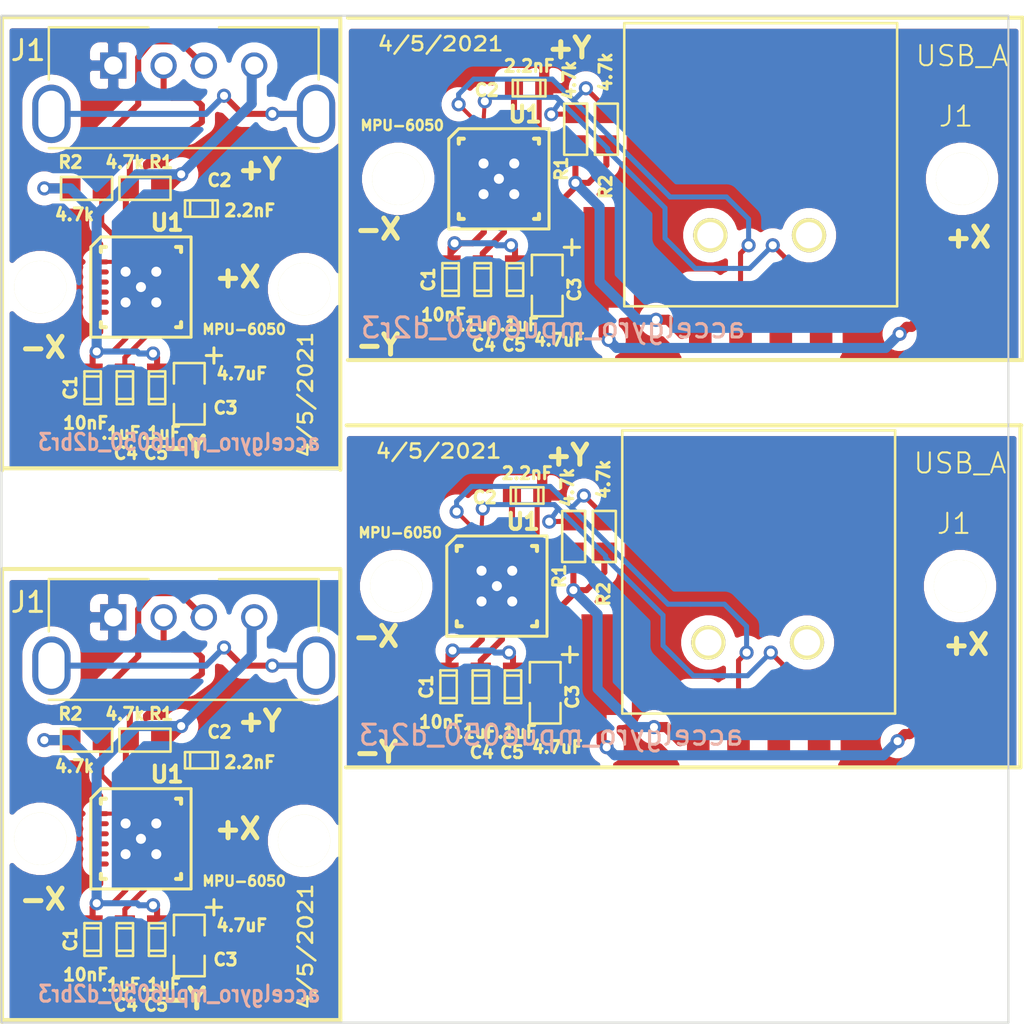
<source format=kicad_pcb>
(kicad_pcb (version 20171130) (host pcbnew 5.1.9-73d0e3b20d~88~ubuntu18.04.1)
  (layers (0 F.Cu signal) (31 B.Cu signal) (34 B.Paste user) (35 F.Paste user) (36 B.SilkS user) (37 F.SilkS user) (38 B.Mask user) (39 F.Mask user) (44 Edge.Cuts user))
  (net 0 "")
  (net 1 Vdd)
  (net 2 GND)
  (net 3 "Net-(C2-Pad1)")
  (net 4 "Net-(C4-Pad1)")
  (net 5 "Net-(J1-Pad5)")
  (net 6 SCL)
  (net 7 SDA)
  (module ted_capacitors:TED_SM0603_C (layer F.Cu) (at 139.525 110.475 270)
    (fp_text reference C1 (at 0 1.1 270) (layer F.SilkS) (effects (font (size 0.6 0.6))))
    (fp_text value 10nF (at 1.75 0.35) (layer F.SilkS) (effects (font (size 0.6 0.6))))
    (pad 2 smd rect (at 0.75184 0 270) (size 0.89916 1.00076) (layers F.Cu F.Paste F.Mask) (clearance 0.1))
    (pad 1 smd rect (at -0.75184 0 270) (size 0.89916 1.00076) (layers F.Cu F.Paste F.Mask) (clearance 0.1))
  )
  (module ted_capacitors:TED_SM2012_0805_ELEC_C (layer F.Cu) (at 144.325 110.775 270)
    (fp_text reference C3 (at 0.7 -1.8) (layer F.SilkS) (effects (font (size 0.6 0.6))))
    (fp_text value 4.7uF (at -1 -2.6 180) (layer F.SilkS) (effects (font (size 0.6 0.6))))
    (fp_text user + (at -1.9 -1.15 270) (layer F.SilkS))
    (pad 1 smd rect (at -0.9525 0 270) (size 0.889 1.397) (layers F.Cu F.Paste F.Mask))
    (pad 2 smd rect (at 0.9525 0 270) (size 0.889 1.397) (layers F.Cu F.Paste F.Mask))
  )
  (module ted_resistors:TED_SM0603_R (layer F.Cu) (at 139.225 100.575)
    (fp_text reference R2 (at -0.8 -1.3) (layer F.SilkS) (effects (font (size 0.6 0.6))))
    (fp_text value 4.7k (at -0.6 1.3) (layer F.SilkS) (effects (font (size 0.6 0.6))))
    (pad 1 smd rect (at -0.75184 0) (size 0.89916 1.00076) (layers F.Cu F.Paste F.Mask) (clearance 0.1))
    (pad 2 smd rect (at 0.75184 0) (size 0.89916 1.00076) (layers F.Cu F.Paste F.Mask) (clearance 0.1))
  )
  (module ted_capacitors:TED_SM0603_C (layer F.Cu) (at 142.725 110.475 270)
    (fp_text reference C5 (at 3.25 0.05) (layer F.SilkS) (effects (font (size 0.6 0.6))))
    (fp_text value .1uF (at 2.25 -0.2) (layer F.SilkS) (effects (font (size 0.6 0.6))))
    (pad 2 smd rect (at 0.75184 0 270) (size 0.89916 1.00076) (layers F.Cu F.Paste F.Mask) (clearance 0.1))
    (pad 1 smd rect (at -0.75184 0 270) (size 0.89916 1.00076) (layers F.Cu F.Paste F.Mask) (clearance 0.1))
  )
  (module ted_connectors:TED_USB_A_VERTICAL_REVERSED (layer F.Cu) (at 144.05 95.475)
    (fp_text reference J1 (at -7.725 -1.75) (layer F.SilkS))
    (fp_text value USB_A)
    (pad 5 thru_hole oval (at 6.57 1.4) (size 1.9 2.9) (drill oval 1.3 2.3) (layers *.Cu *.Mask))
    (pad 5 thru_hole oval (at -6.57 1.4 180) (size 1.9 2.9) (drill oval 1.3 2.3) (layers *.Cu *.Mask))
    (pad 1 thru_hole circle (at 3.5 -1) (size 1.3 1.3) (drill 0.9) (layers *.Cu *.Mask))
    (pad 2 thru_hole circle (at 1 -1) (size 1.3 1.3) (drill 0.9) (layers *.Cu *.Mask))
    (pad 3 thru_hole circle (at -1 -1) (size 1.3 1.3) (drill 0.9) (layers *.Cu *.Mask))
    (pad 4 thru_hole rect (at -3.5 -1) (size 1.3 1.3) (drill 0.9) (layers *.Cu *.Mask))
  )
  (module ted_resistors:TED_SM0603_R (layer F.Cu) (at 142.125 100.575 180)
    (fp_text reference R1 (at -0.8 1.3) (layer F.SilkS) (effects (font (size 0.6 0.6))))
    (fp_text value 4.7k (at 1 1.3) (layer F.SilkS) (effects (font (size 0.6 0.6))))
    (pad 2 smd rect (at 0.75184 0 180) (size 0.89916 1.00076) (layers F.Cu F.Paste F.Mask) (clearance 0.1))
    (pad 1 smd rect (at -0.75184 0 180) (size 0.89916 1.00076) (layers F.Cu F.Paste F.Mask) (clearance 0.1))
  )
  (module ted_capacitors:TED_SM0603_C (layer F.Cu) (at 144.925 101.575)
    (fp_text reference C2 (at 0.9 -1.4) (layer F.SilkS) (effects (font (size 0.6 0.6))))
    (fp_text value 2.2nF (at 2.4 0.1 180) (layer F.SilkS) (effects (font (size 0.6 0.6))))
    (pad 2 smd rect (at 0.75184 0) (size 0.89916 1.00076) (layers F.Cu F.Paste F.Mask) (clearance 0.1))
    (pad 1 smd rect (at -0.75184 0) (size 0.89916 1.00076) (layers F.Cu F.Paste F.Mask) (clearance 0.1))
  )
  (module ted_holes:TED_Hole_2_6mm (layer F.Cu) (at 150.025 105.575)
    (fp_text reference H2 hide)
    (fp_text value HOLE hide)
    (pad "" np_thru_hole circle (at 0 0) (size 2.6 2.6) (drill 2.6) (layers *.Cu *.Mask F.SilkS))
  )
  (module ted_capacitors:TED_SM0603_C (layer F.Cu) (at 141.125 110.475 270)
    (fp_text reference C4 (at 3.25 -0.05) (layer F.SilkS) (effects (font (size 0.6 0.6))))
    (fp_text value .1uF (at 2.25 0.2) (layer F.SilkS) (effects (font (size 0.6 0.6))))
    (pad 2 smd rect (at 0.75184 0 270) (size 0.89916 1.00076) (layers F.Cu F.Paste F.Mask) (clearance 0.1))
    (pad 1 smd rect (at -0.75184 0 270) (size 0.89916 1.00076) (layers F.Cu F.Paste F.Mask) (clearance 0.1))
  )
  (module ted_ICs:TED_QFN24+1_NO_PASTE (layer F.Cu) (at 141.925 105.475)
    (fp_text reference U1 (at 1.3 -3.2) (layer F.SilkS) (effects (font (size 0.8 0.8) (thickness 0.2))))
    (fp_text value MPU-6050 (at 5.125 2.1) (layer F.SilkS) (effects (font (size 0.5 0.5) (thickness 0.125))))
    (pad 25 smd rect (at 0 0 270) (size 2.49936 2.49936) (layers F.Cu F.Mask))
    (pad 1 smd oval (at -1.99898 -1.24968) (size 0.8001 0.24892) (layers F.Cu F.Paste F.Mask))
    (pad 2 smd oval (at -1.99898 -0.7493) (size 0.8001 0.24892) (layers F.Cu F.Paste F.Mask))
    (pad 3 smd oval (at -1.99898 -0.24892) (size 0.8001 0.24892) (layers F.Cu F.Paste F.Mask))
    (pad 4 smd oval (at -1.99898 0.24892) (size 0.8001 0.24892) (layers F.Cu F.Paste F.Mask))
    (pad 5 smd oval (at -1.99898 0.7493) (size 0.8001 0.24892) (layers F.Cu F.Paste F.Mask))
    (pad 6 smd oval (at -1.99898 1.24968) (size 0.8001 0.24892) (layers F.Cu F.Paste F.Mask))
    (pad 7 smd oval (at -1.24968 1.99898 90) (size 0.8001 0.24892) (layers F.Cu F.Paste F.Mask))
    (pad 8 smd oval (at -0.7493 1.99898 90) (size 0.8001 0.24892) (layers F.Cu F.Paste F.Mask))
    (pad 9 smd oval (at -0.24892 1.99898 90) (size 0.8001 0.24892) (layers F.Cu F.Paste F.Mask))
    (pad 10 smd oval (at 0.24892 1.99898 90) (size 0.8001 0.24892) (layers F.Cu F.Paste F.Mask))
    (pad 11 smd oval (at 0.7493 1.99898 90) (size 0.8001 0.24892) (layers F.Cu F.Paste F.Mask))
    (pad 12 smd oval (at 1.24968 1.99898 90) (size 0.8001 0.24892) (layers F.Cu F.Paste F.Mask))
    (pad 13 smd oval (at 1.99898 1.24968 180) (size 0.8001 0.24892) (layers F.Cu F.Paste F.Mask))
    (pad 14 smd oval (at 1.99898 0.7493 180) (size 0.8001 0.24892) (layers F.Cu F.Paste F.Mask))
    (pad 15 smd oval (at 1.99898 0.24892 180) (size 0.8001 0.24892) (layers F.Cu F.Paste F.Mask))
    (pad 16 smd oval (at 1.99898 -0.24892 180) (size 0.8001 0.24892) (layers F.Cu F.Paste F.Mask))
    (pad 17 smd oval (at 1.99898 -0.7493 180) (size 0.8001 0.24892) (layers F.Cu F.Paste F.Mask))
    (pad 18 smd oval (at 1.99898 -1.24968 180) (size 0.8001 0.24892) (layers F.Cu F.Paste F.Mask))
    (pad 19 smd oval (at 1.24968 -1.99898 270) (size 0.8001 0.24892) (layers F.Cu F.Paste F.Mask))
    (pad 20 smd oval (at 0.7493 -1.99898 270) (size 0.8001 0.24892) (layers F.Cu F.Paste F.Mask))
    (pad 21 smd oval (at 0.24892 -1.99898 270) (size 0.8001 0.24892) (layers F.Cu F.Paste F.Mask))
    (pad 22 smd oval (at -0.24892 -1.99898 270) (size 0.8001 0.24892) (layers F.Cu F.Paste F.Mask))
    (pad 23 smd oval (at -0.7493 -1.99898 270) (size 0.8001 0.24892) (layers F.Cu F.Paste F.Mask))
    (pad 24 smd oval (at -1.24968 -1.99898 270) (size 0.8001 0.24892) (layers F.Cu F.Paste F.Mask))
    (pad 25 thru_hole circle (at 0 0 270) (size 0.6 0.6) (drill 0.5) (layers *.Cu))
    (pad 25 thru_hole circle (at 0.762 -0.762 270) (size 0.6 0.6) (drill 0.5) (layers *.Cu))
    (pad 25 thru_hole circle (at -0.762 -0.762 270) (size 0.6 0.6) (drill 0.5) (layers *.Cu))
    (pad 25 thru_hole circle (at 0.762 0.762 270) (size 0.6 0.6) (drill 0.5) (layers *.Cu))
    (pad 25 thru_hole circle (at -0.762 0.762 270) (size 0.6 0.6) (drill 0.5) (layers *.Cu))
    (pad 25 smd rect (at 0 0 270) (size 2.49936 2.49936) (layers B.Cu B.Mask))
  )
  (module ted_holes:TED_Hole_2_6mm (layer F.Cu) (at 136.925 105.475)
    (fp_text reference H1 hide)
    (fp_text value HOLE hide)
    (pad "" np_thru_hole circle (at 0 0) (size 2.6 2.6) (drill 2.6) (layers *.Cu *.Mask F.SilkS))
  )
  (module ted_capacitors:TED_SM0603_C (layer F.Cu) (at 158.9 105.1 270)
    (fp_text reference C4 (at 3.25 -0.05) (layer F.SilkS) (effects (font (size 0.6 0.6))))
    (fp_text value .1uF (at 2.25 0.2) (layer F.SilkS) (effects (font (size 0.6 0.6))))
    (pad 1 smd rect (at -0.75184 0 270) (size 0.89916 1.00076) (layers F.Cu F.Paste F.Mask) (clearance 0.1))
    (pad 2 smd rect (at 0.75184 0 270) (size 0.89916 1.00076) (layers F.Cu F.Paste F.Mask) (clearance 0.1))
  )
  (module ted_capacitors:TED_SM0603_C (layer F.Cu) (at 161.2 95.6)
    (fp_text reference C2 (at -2.1 0.1) (layer F.SilkS) (effects (font (size 0.6 0.6))))
    (fp_text value 2.2nF (at 0 -1.1 180) (layer F.SilkS) (effects (font (size 0.6 0.6))))
    (pad 1 smd rect (at -0.75184 0) (size 0.89916 1.00076) (layers F.Cu F.Paste F.Mask) (clearance 0.1))
    (pad 2 smd rect (at 0.75184 0) (size 0.89916 1.00076) (layers F.Cu F.Paste F.Mask) (clearance 0.1))
  )
  (module ted_holes:TED_Hole_2_6mm (layer F.Cu) (at 182.7 100.1)
    (fp_text reference H2 hide)
    (fp_text value HOLE hide)
    (pad "" np_thru_hole circle (at 0 0) (size 2.6 2.6) (drill 2.6) (layers *.Cu *.Mask F.SilkS))
  )
  (module ted_capacitors:TED_SM2012_0805_ELEC_C (layer F.Cu) (at 162.1 105.4 270)
    (fp_text reference C3 (at 0.2 -1.35 270) (layer F.SilkS) (effects (font (size 0.6 0.6))))
    (fp_text value 4.7uF (at 2.7 -0.6 180) (layer F.SilkS) (effects (font (size 0.6 0.6))))
    (fp_text user + (at -1.9 -1.15 270) (layer F.SilkS))
    (pad 2 smd rect (at 0.9525 0 270) (size 0.889 1.397) (layers F.Cu F.Paste F.Mask))
    (pad 1 smd rect (at -0.9525 0 270) (size 0.889 1.397) (layers F.Cu F.Paste F.Mask))
  )
  (module ted_holes:TED_Hole_2_6mm (layer F.Cu) (at 154.7 100.1)
    (fp_text reference H1 hide)
    (fp_text value HOLE hide)
    (pad "" np_thru_hole circle (at 0 0) (size 2.6 2.6) (drill 2.6) (layers *.Cu *.Mask F.SilkS))
  )
  (module ted_resistors:TED_SM0603_R (layer F.Cu) (at 165.036 97.636 90)
    (fp_text reference R2 (at -2.864 -0.036 90) (layer F.SilkS) (effects (font (size 0.6 0.6))))
    (fp_text value 4.7k (at 2.836 -0.036 90) (layer F.SilkS) (effects (font (size 0.6 0.6))))
    (pad 2 smd rect (at 0.75184 0 90) (size 0.89916 1.00076) (layers F.Cu F.Paste F.Mask) (clearance 0.1))
    (pad 1 smd rect (at -0.75184 0 90) (size 0.89916 1.00076) (layers F.Cu F.Paste F.Mask) (clearance 0.1))
  )
  (module ted_capacitors:TED_SM0603_C (layer F.Cu) (at 157.3 105.1 270)
    (fp_text reference C1 (at 0 1.1 270) (layer F.SilkS) (effects (font (size 0.6 0.6))))
    (fp_text value 10nF (at 1.75 0.35) (layer F.SilkS) (effects (font (size 0.6 0.6))))
    (pad 1 smd rect (at -0.75184 0 270) (size 0.89916 1.00076) (layers F.Cu F.Paste F.Mask) (clearance 0.1))
    (pad 2 smd rect (at 0.75184 0 270) (size 0.89916 1.00076) (layers F.Cu F.Paste F.Mask) (clearance 0.1))
  )
  (module ted_capacitors:TED_SM0603_C (layer F.Cu) (at 160.5 105.1 270)
    (fp_text reference C5 (at 3.25 0.05) (layer F.SilkS) (effects (font (size 0.6 0.6))))
    (fp_text value .1uF (at 2.25 -0.2) (layer F.SilkS) (effects (font (size 0.6 0.6))))
    (pad 1 smd rect (at -0.75184 0 270) (size 0.89916 1.00076) (layers F.Cu F.Paste F.Mask) (clearance 0.1))
    (pad 2 smd rect (at 0.75184 0 270) (size 0.89916 1.00076) (layers F.Cu F.Paste F.Mask) (clearance 0.1))
  )
  (module ted_connectors:TED_USB_A_SMD_REVERSED (layer F.Cu) (at 172.7 99.4 180)
    (fp_text reference J1 (at -9.7 2.4) (layer F.SilkS) (effects (font (size 1.00076 1.00076) (thickness 0.09906))))
    (fp_text value USB_A (at -10 5.4) (layer F.SilkS) (effects (font (size 1.00076 1.00076) (thickness 0.09906))))
    (pad 5 smd rect (at 7.8 -4.6 180) (size 2 5) (layers F.Cu F.Paste F.Mask))
    (pad 5 smd rect (at -7.8 -4.6 180) (size 2 5) (layers F.Cu F.Paste F.Mask))
    (pad "" np_thru_hole circle (at 2.5 -3.5 180) (size 1.7 1.7) (drill 1.3) (layers *.Cu *.Mask F.SilkS))
    (pad 1 smd rect (at 3 -7.5 180) (size 1.12 3.39) (layers F.Cu F.Paste F.Mask))
    (pad 4 smd rect (at -3 -7.5 180) (size 1.12 3.39) (layers F.Cu F.Paste F.Mask))
    (pad 3 smd rect (at -1 -7.5 180) (size 1.12 3.39) (layers F.Cu F.Paste F.Mask))
    (pad 2 smd rect (at 1 -7.5 180) (size 1.12 3.39) (layers F.Cu F.Paste F.Mask))
    (pad "" np_thru_hole circle (at -2.4 -3.5 180) (size 1.7 1.7) (drill 1.3) (layers *.Cu *.Mask F.SilkS))
  )
  (module ted_ICs:TED_QFN24+1_NO_PASTE (layer F.Cu) (at 159.7 100.1)
    (fp_text reference U1 (at 1.3 -3.2) (layer F.SilkS) (effects (font (size 0.8 0.8) (thickness 0.2))))
    (fp_text value MPU-6050 (at -4.8 -2.65) (layer F.SilkS) (effects (font (size 0.5 0.5) (thickness 0.125))))
    (pad 25 smd rect (at 0 0 270) (size 2.49936 2.49936) (layers B.Cu B.Mask))
    (pad 25 thru_hole circle (at -0.762 0.762 270) (size 0.6 0.6) (drill 0.5) (layers *.Cu))
    (pad 25 thru_hole circle (at 0.762 0.762 270) (size 0.6 0.6) (drill 0.5) (layers *.Cu))
    (pad 25 thru_hole circle (at -0.762 -0.762 270) (size 0.6 0.6) (drill 0.5) (layers *.Cu))
    (pad 25 thru_hole circle (at 0.762 -0.762 270) (size 0.6 0.6) (drill 0.5) (layers *.Cu))
    (pad 25 thru_hole circle (at 0 0 270) (size 0.6 0.6) (drill 0.5) (layers *.Cu))
    (pad 24 smd oval (at -1.24968 -1.99898 270) (size 0.8001 0.24892) (layers F.Cu F.Paste F.Mask))
    (pad 23 smd oval (at -0.7493 -1.99898 270) (size 0.8001 0.24892) (layers F.Cu F.Paste F.Mask))
    (pad 22 smd oval (at -0.24892 -1.99898 270) (size 0.8001 0.24892) (layers F.Cu F.Paste F.Mask))
    (pad 21 smd oval (at 0.24892 -1.99898 270) (size 0.8001 0.24892) (layers F.Cu F.Paste F.Mask))
    (pad 20 smd oval (at 0.7493 -1.99898 270) (size 0.8001 0.24892) (layers F.Cu F.Paste F.Mask))
    (pad 19 smd oval (at 1.24968 -1.99898 270) (size 0.8001 0.24892) (layers F.Cu F.Paste F.Mask))
    (pad 18 smd oval (at 1.99898 -1.24968 180) (size 0.8001 0.24892) (layers F.Cu F.Paste F.Mask))
    (pad 17 smd oval (at 1.99898 -0.7493 180) (size 0.8001 0.24892) (layers F.Cu F.Paste F.Mask))
    (pad 16 smd oval (at 1.99898 -0.24892 180) (size 0.8001 0.24892) (layers F.Cu F.Paste F.Mask))
    (pad 15 smd oval (at 1.99898 0.24892 180) (size 0.8001 0.24892) (layers F.Cu F.Paste F.Mask))
    (pad 14 smd oval (at 1.99898 0.7493 180) (size 0.8001 0.24892) (layers F.Cu F.Paste F.Mask))
    (pad 13 smd oval (at 1.99898 1.24968 180) (size 0.8001 0.24892) (layers F.Cu F.Paste F.Mask))
    (pad 12 smd oval (at 1.24968 1.99898 90) (size 0.8001 0.24892) (layers F.Cu F.Paste F.Mask))
    (pad 11 smd oval (at 0.7493 1.99898 90) (size 0.8001 0.24892) (layers F.Cu F.Paste F.Mask))
    (pad 10 smd oval (at 0.24892 1.99898 90) (size 0.8001 0.24892) (layers F.Cu F.Paste F.Mask))
    (pad 9 smd oval (at -0.24892 1.99898 90) (size 0.8001 0.24892) (layers F.Cu F.Paste F.Mask))
    (pad 8 smd oval (at -0.7493 1.99898 90) (size 0.8001 0.24892) (layers F.Cu F.Paste F.Mask))
    (pad 7 smd oval (at -1.24968 1.99898 90) (size 0.8001 0.24892) (layers F.Cu F.Paste F.Mask))
    (pad 6 smd oval (at -1.99898 1.24968) (size 0.8001 0.24892) (layers F.Cu F.Paste F.Mask))
    (pad 5 smd oval (at -1.99898 0.7493) (size 0.8001 0.24892) (layers F.Cu F.Paste F.Mask))
    (pad 4 smd oval (at -1.99898 0.24892) (size 0.8001 0.24892) (layers F.Cu F.Paste F.Mask))
    (pad 3 smd oval (at -1.99898 -0.24892) (size 0.8001 0.24892) (layers F.Cu F.Paste F.Mask))
    (pad 2 smd oval (at -1.99898 -0.7493) (size 0.8001 0.24892) (layers F.Cu F.Paste F.Mask))
    (pad 1 smd oval (at -1.99898 -1.24968) (size 0.8001 0.24892) (layers F.Cu F.Paste F.Mask))
    (pad 25 smd rect (at 0 0 270) (size 2.49936 2.49936) (layers F.Cu F.Mask))
  )
  (module ted_resistors:TED_SM0603_R (layer F.Cu) (at 163.512 97.636 90)
    (fp_text reference R1 (at -1.964 -0.712 90) (layer F.SilkS) (effects (font (size 0.6 0.6))))
    (fp_text value 4.7k (at 2.436 -0.312 90) (layer F.SilkS) (effects (font (size 0.6 0.6))))
    (pad 1 smd rect (at -0.75184 0 90) (size 0.89916 1.00076) (layers F.Cu F.Paste F.Mask) (clearance 0.1))
    (pad 2 smd rect (at 0.75184 0 90) (size 0.89916 1.00076) (layers F.Cu F.Paste F.Mask) (clearance 0.1))
  )
  (module ted_holes:TED_Hole_2_6mm (layer F.Cu) (at 154.6 120.325)
    (fp_text reference H1 hide)
    (fp_text value HOLE hide)
    (pad "" np_thru_hole circle (at 0 0) (size 2.6 2.6) (drill 2.6) (layers *.Cu *.Mask F.SilkS))
  )
  (module ted_holes:TED_Hole_2_6mm (layer F.Cu) (at 182.6 120.325)
    (fp_text reference H2 hide)
    (fp_text value HOLE hide)
    (pad "" np_thru_hole circle (at 0 0) (size 2.6 2.6) (drill 2.6) (layers *.Cu *.Mask F.SilkS))
  )
  (module ted_capacitors:TED_SM0603_C (layer F.Cu) (at 157.2 125.325 270)
    (fp_text reference C1 (at 0 1.1 270) (layer F.SilkS) (effects (font (size 0.6 0.6))))
    (fp_text value 10nF (at 1.75 0.35) (layer F.SilkS) (effects (font (size 0.6 0.6))))
    (pad 2 smd rect (at 0.75184 0 270) (size 0.89916 1.00076) (layers F.Cu F.Paste F.Mask) (net 2 GND) (clearance 0.1))
    (pad 1 smd rect (at -0.75184 0 270) (size 0.89916 1.00076) (layers F.Cu F.Paste F.Mask) (net 1 Vdd) (clearance 0.1))
  )
  (module ted_capacitors:TED_SM0603_C (layer F.Cu) (at 161.1 115.825)
    (fp_text reference C2 (at -2.1 0.1) (layer F.SilkS) (effects (font (size 0.6 0.6))))
    (fp_text value 2.2nF (at 0 -1.1 180) (layer F.SilkS) (effects (font (size 0.6 0.6))))
    (pad 2 smd rect (at 0.75184 0) (size 0.89916 1.00076) (layers F.Cu F.Paste F.Mask) (net 2 GND) (clearance 0.1))
    (pad 1 smd rect (at -0.75184 0) (size 0.89916 1.00076) (layers F.Cu F.Paste F.Mask) (net 3 "Net-(C2-Pad1)") (clearance 0.1))
  )
  (module ted_capacitors:TED_SM0603_C (layer F.Cu) (at 158.8 125.325 270)
    (fp_text reference C4 (at 3.25 -0.05) (layer F.SilkS) (effects (font (size 0.6 0.6))))
    (fp_text value .1uF (at 2.25 0.2) (layer F.SilkS) (effects (font (size 0.6 0.6))))
    (pad 2 smd rect (at 0.75184 0 270) (size 0.89916 1.00076) (layers F.Cu F.Paste F.Mask) (net 2 GND) (clearance 0.1))
    (pad 1 smd rect (at -0.75184 0 270) (size 0.89916 1.00076) (layers F.Cu F.Paste F.Mask) (net 4 "Net-(C4-Pad1)") (clearance 0.1))
  )
  (module ted_capacitors:TED_SM0603_C (layer F.Cu) (at 160.4 125.325 270)
    (fp_text reference C5 (at 3.25 0.05) (layer F.SilkS) (effects (font (size 0.6 0.6))))
    (fp_text value .1uF (at 2.25 -0.2) (layer F.SilkS) (effects (font (size 0.6 0.6))))
    (pad 2 smd rect (at 0.75184 0 270) (size 0.89916 1.00076) (layers F.Cu F.Paste F.Mask) (net 2 GND) (clearance 0.1))
    (pad 1 smd rect (at -0.75184 0 270) (size 0.89916 1.00076) (layers F.Cu F.Paste F.Mask) (net 1 Vdd) (clearance 0.1))
  )
  (module ted_ICs:TED_QFN24+1_NO_PASTE (layer F.Cu) (at 159.6 120.325)
    (fp_text reference U1 (at 1.3 -3.2) (layer F.SilkS) (effects (font (size 0.8 0.8) (thickness 0.2))))
    (fp_text value MPU-6050 (at -4.8 -2.65) (layer F.SilkS) (effects (font (size 0.5 0.5) (thickness 0.125))))
    (pad 25 smd rect (at 0 0 270) (size 2.49936 2.49936) (layers F.Cu F.Mask) (net 2 GND))
    (pad 1 smd oval (at -1.99898 -1.24968) (size 0.8001 0.24892) (layers F.Cu F.Paste F.Mask) (net 2 GND))
    (pad 2 smd oval (at -1.99898 -0.7493) (size 0.8001 0.24892) (layers F.Cu F.Paste F.Mask))
    (pad 3 smd oval (at -1.99898 -0.24892) (size 0.8001 0.24892) (layers F.Cu F.Paste F.Mask))
    (pad 4 smd oval (at -1.99898 0.24892) (size 0.8001 0.24892) (layers F.Cu F.Paste F.Mask))
    (pad 5 smd oval (at -1.99898 0.7493) (size 0.8001 0.24892) (layers F.Cu F.Paste F.Mask))
    (pad 6 smd oval (at -1.99898 1.24968) (size 0.8001 0.24892) (layers F.Cu F.Paste F.Mask))
    (pad 7 smd oval (at -1.24968 1.99898 90) (size 0.8001 0.24892) (layers F.Cu F.Paste F.Mask))
    (pad 8 smd oval (at -0.7493 1.99898 90) (size 0.8001 0.24892) (layers F.Cu F.Paste F.Mask) (net 1 Vdd))
    (pad 9 smd oval (at -0.24892 1.99898 90) (size 0.8001 0.24892) (layers F.Cu F.Paste F.Mask) (net 2 GND))
    (pad 10 smd oval (at 0.24892 1.99898 90) (size 0.8001 0.24892) (layers F.Cu F.Paste F.Mask) (net 4 "Net-(C4-Pad1)"))
    (pad 11 smd oval (at 0.7493 1.99898 90) (size 0.8001 0.24892) (layers F.Cu F.Paste F.Mask) (net 2 GND))
    (pad 12 smd oval (at 1.24968 1.99898 90) (size 0.8001 0.24892) (layers F.Cu F.Paste F.Mask))
    (pad 13 smd oval (at 1.99898 1.24968 180) (size 0.8001 0.24892) (layers F.Cu F.Paste F.Mask) (net 1 Vdd))
    (pad 14 smd oval (at 1.99898 0.7493 180) (size 0.8001 0.24892) (layers F.Cu F.Paste F.Mask))
    (pad 15 smd oval (at 1.99898 0.24892 180) (size 0.8001 0.24892) (layers F.Cu F.Paste F.Mask))
    (pad 16 smd oval (at 1.99898 -0.24892 180) (size 0.8001 0.24892) (layers F.Cu F.Paste F.Mask))
    (pad 17 smd oval (at 1.99898 -0.7493 180) (size 0.8001 0.24892) (layers F.Cu F.Paste F.Mask))
    (pad 18 smd oval (at 1.99898 -1.24968 180) (size 0.8001 0.24892) (layers F.Cu F.Paste F.Mask) (net 2 GND))
    (pad 19 smd oval (at 1.24968 -1.99898 270) (size 0.8001 0.24892) (layers F.Cu F.Paste F.Mask))
    (pad 20 smd oval (at 0.7493 -1.99898 270) (size 0.8001 0.24892) (layers F.Cu F.Paste F.Mask) (net 3 "Net-(C2-Pad1)"))
    (pad 21 smd oval (at 0.24892 -1.99898 270) (size 0.8001 0.24892) (layers F.Cu F.Paste F.Mask))
    (pad 22 smd oval (at -0.24892 -1.99898 270) (size 0.8001 0.24892) (layers F.Cu F.Paste F.Mask))
    (pad 23 smd oval (at -0.7493 -1.99898 270) (size 0.8001 0.24892) (layers F.Cu F.Paste F.Mask) (net 6 SCL))
    (pad 24 smd oval (at -1.24968 -1.99898 270) (size 0.8001 0.24892) (layers F.Cu F.Paste F.Mask) (net 7 SDA))
    (pad 25 thru_hole circle (at 0 0 270) (size 0.6 0.6) (drill 0.5) (layers *.Cu) (net 2 GND))
    (pad 25 thru_hole circle (at 0.762 -0.762 270) (size 0.6 0.6) (drill 0.5) (layers *.Cu) (net 2 GND))
    (pad 25 thru_hole circle (at -0.762 -0.762 270) (size 0.6 0.6) (drill 0.5) (layers *.Cu) (net 2 GND))
    (pad 25 thru_hole circle (at 0.762 0.762 270) (size 0.6 0.6) (drill 0.5) (layers *.Cu) (net 2 GND))
    (pad 25 thru_hole circle (at -0.762 0.762 270) (size 0.6 0.6) (drill 0.5) (layers *.Cu) (net 2 GND))
    (pad 25 smd rect (at 0 0 270) (size 2.49936 2.49936) (layers B.Cu B.Mask) (net 2 GND))
  )
  (module ted_capacitors:TED_SM2012_0805_ELEC_C (layer F.Cu) (at 162 125.625 270)
    (fp_text reference C3 (at 0.2 -1.35 270) (layer F.SilkS) (effects (font (size 0.6 0.6))))
    (fp_text value 4.7uF (at 2.7 -0.6 180) (layer F.SilkS) (effects (font (size 0.6 0.6))))
    (fp_text user + (at -1.9 -1.15 270) (layer F.SilkS))
    (pad 1 smd rect (at -0.9525 0 270) (size 0.889 1.397) (layers F.Cu F.Paste F.Mask) (net 1 Vdd))
    (pad 2 smd rect (at 0.9525 0 270) (size 0.889 1.397) (layers F.Cu F.Paste F.Mask) (net 2 GND))
  )
  (module ted_resistors:TED_SM0603_R (layer F.Cu) (at 163.412 117.861 90)
    (fp_text reference R1 (at -1.964 -0.712 90) (layer F.SilkS) (effects (font (size 0.6 0.6))))
    (fp_text value 4.7k (at 2.436 -0.312 90) (layer F.SilkS) (effects (font (size 0.6 0.6))))
    (pad 2 smd rect (at 0.75184 0 90) (size 0.89916 1.00076) (layers F.Cu F.Paste F.Mask) (net 6 SCL) (clearance 0.1))
    (pad 1 smd rect (at -0.75184 0 90) (size 0.89916 1.00076) (layers F.Cu F.Paste F.Mask) (net 1 Vdd) (clearance 0.1))
  )
  (module ted_resistors:TED_SM0603_R (layer F.Cu) (at 164.936 117.861 90)
    (fp_text reference R2 (at -2.864 -0.036 90) (layer F.SilkS) (effects (font (size 0.6 0.6))))
    (fp_text value 4.7k (at 2.836 -0.036 90) (layer F.SilkS) (effects (font (size 0.6 0.6))))
    (pad 1 smd rect (at -0.75184 0 90) (size 0.89916 1.00076) (layers F.Cu F.Paste F.Mask) (net 1 Vdd) (clearance 0.1))
    (pad 2 smd rect (at 0.75184 0 90) (size 0.89916 1.00076) (layers F.Cu F.Paste F.Mask) (net 7 SDA) (clearance 0.1))
  )
  (module ted_connectors:TED_USB_A_SMD_REVERSED (layer F.Cu) (at 172.6 119.625 180)
    (fp_text reference J1 (at -9.7 2.4) (layer F.SilkS) (effects (font (size 1.00076 1.00076) (thickness 0.09906))))
    (fp_text value USB_A (at -10 5.4) (layer F.SilkS) (effects (font (size 1.00076 1.00076) (thickness 0.09906))))
    (pad "" np_thru_hole circle (at -2.4 -3.5 180) (size 1.7 1.7) (drill 1.3) (layers *.Cu *.Mask F.SilkS))
    (pad 2 smd rect (at 1 -7.5 180) (size 1.12 3.39) (layers F.Cu F.Paste F.Mask) (net 7 SDA))
    (pad 3 smd rect (at -1 -7.5 180) (size 1.12 3.39) (layers F.Cu F.Paste F.Mask) (net 6 SCL))
    (pad 4 smd rect (at -3 -7.5 180) (size 1.12 3.39) (layers F.Cu F.Paste F.Mask) (net 2 GND))
    (pad 1 smd rect (at 3 -7.5 180) (size 1.12 3.39) (layers F.Cu F.Paste F.Mask) (net 1 Vdd))
    (pad "" np_thru_hole circle (at 2.5 -3.5 180) (size 1.7 1.7) (drill 1.3) (layers *.Cu *.Mask F.SilkS))
    (pad 5 smd rect (at -7.8 -4.6 180) (size 2 5) (layers F.Cu F.Paste F.Mask) (net 5 "Net-(J1-Pad5)"))
    (pad 5 smd rect (at 7.8 -4.6 180) (size 2 5) (layers F.Cu F.Paste F.Mask) (net 5 "Net-(J1-Pad5)"))
  )
  (module ted_capacitors:TED_SM0603_C (layer F.Cu) (at 142.725 137.875 270)
    (fp_text reference C5 (at 3.25 0.05) (layer F.SilkS) (effects (font (size 0.6 0.6))))
    (fp_text value .1uF (at 2.25 -0.2) (layer F.SilkS) (effects (font (size 0.6 0.6))))
    (pad 1 smd rect (at -0.75184 0 270) (size 0.89916 1.00076) (layers F.Cu F.Paste F.Mask) (net 1 Vdd) (clearance 0.1))
    (pad 2 smd rect (at 0.75184 0 270) (size 0.89916 1.00076) (layers F.Cu F.Paste F.Mask) (net 2 GND) (clearance 0.1))
  )
  (module ted_ICs:TED_QFN24+1_NO_PASTE (layer F.Cu) (at 141.925 132.875)
    (fp_text reference U1 (at 1.3 -3.2) (layer F.SilkS) (effects (font (size 0.8 0.8) (thickness 0.2))))
    (fp_text value MPU-6050 (at 5.125 2.1) (layer F.SilkS) (effects (font (size 0.5 0.5) (thickness 0.125))))
    (pad 25 smd rect (at 0 0 270) (size 2.49936 2.49936) (layers B.Cu B.Mask) (net 2 GND))
    (pad 25 thru_hole circle (at -0.762 0.762 270) (size 0.6 0.6) (drill 0.5) (layers *.Cu) (net 2 GND))
    (pad 25 thru_hole circle (at 0.762 0.762 270) (size 0.6 0.6) (drill 0.5) (layers *.Cu) (net 2 GND))
    (pad 25 thru_hole circle (at -0.762 -0.762 270) (size 0.6 0.6) (drill 0.5) (layers *.Cu) (net 2 GND))
    (pad 25 thru_hole circle (at 0.762 -0.762 270) (size 0.6 0.6) (drill 0.5) (layers *.Cu) (net 2 GND))
    (pad 25 thru_hole circle (at 0 0 270) (size 0.6 0.6) (drill 0.5) (layers *.Cu) (net 2 GND))
    (pad 24 smd oval (at -1.24968 -1.99898 270) (size 0.8001 0.24892) (layers F.Cu F.Paste F.Mask) (net 7 SDA))
    (pad 23 smd oval (at -0.7493 -1.99898 270) (size 0.8001 0.24892) (layers F.Cu F.Paste F.Mask) (net 6 SCL))
    (pad 22 smd oval (at -0.24892 -1.99898 270) (size 0.8001 0.24892) (layers F.Cu F.Paste F.Mask))
    (pad 21 smd oval (at 0.24892 -1.99898 270) (size 0.8001 0.24892) (layers F.Cu F.Paste F.Mask))
    (pad 20 smd oval (at 0.7493 -1.99898 270) (size 0.8001 0.24892) (layers F.Cu F.Paste F.Mask) (net 3 "Net-(C2-Pad1)"))
    (pad 19 smd oval (at 1.24968 -1.99898 270) (size 0.8001 0.24892) (layers F.Cu F.Paste F.Mask))
    (pad 18 smd oval (at 1.99898 -1.24968 180) (size 0.8001 0.24892) (layers F.Cu F.Paste F.Mask) (net 2 GND))
    (pad 17 smd oval (at 1.99898 -0.7493 180) (size 0.8001 0.24892) (layers F.Cu F.Paste F.Mask))
    (pad 16 smd oval (at 1.99898 -0.24892 180) (size 0.8001 0.24892) (layers F.Cu F.Paste F.Mask))
    (pad 15 smd oval (at 1.99898 0.24892 180) (size 0.8001 0.24892) (layers F.Cu F.Paste F.Mask))
    (pad 14 smd oval (at 1.99898 0.7493 180) (size 0.8001 0.24892) (layers F.Cu F.Paste F.Mask))
    (pad 13 smd oval (at 1.99898 1.24968 180) (size 0.8001 0.24892) (layers F.Cu F.Paste F.Mask) (net 1 Vdd))
    (pad 12 smd oval (at 1.24968 1.99898 90) (size 0.8001 0.24892) (layers F.Cu F.Paste F.Mask))
    (pad 11 smd oval (at 0.7493 1.99898 90) (size 0.8001 0.24892) (layers F.Cu F.Paste F.Mask) (net 2 GND))
    (pad 10 smd oval (at 0.24892 1.99898 90) (size 0.8001 0.24892) (layers F.Cu F.Paste F.Mask) (net 4 "Net-(C4-Pad1)"))
    (pad 9 smd oval (at -0.24892 1.99898 90) (size 0.8001 0.24892) (layers F.Cu F.Paste F.Mask) (net 2 GND))
    (pad 8 smd oval (at -0.7493 1.99898 90) (size 0.8001 0.24892) (layers F.Cu F.Paste F.Mask) (net 1 Vdd))
    (pad 7 smd oval (at -1.24968 1.99898 90) (size 0.8001 0.24892) (layers F.Cu F.Paste F.Mask))
    (pad 6 smd oval (at -1.99898 1.24968) (size 0.8001 0.24892) (layers F.Cu F.Paste F.Mask))
    (pad 5 smd oval (at -1.99898 0.7493) (size 0.8001 0.24892) (layers F.Cu F.Paste F.Mask))
    (pad 4 smd oval (at -1.99898 0.24892) (size 0.8001 0.24892) (layers F.Cu F.Paste F.Mask))
    (pad 3 smd oval (at -1.99898 -0.24892) (size 0.8001 0.24892) (layers F.Cu F.Paste F.Mask))
    (pad 2 smd oval (at -1.99898 -0.7493) (size 0.8001 0.24892) (layers F.Cu F.Paste F.Mask))
    (pad 1 smd oval (at -1.99898 -1.24968) (size 0.8001 0.24892) (layers F.Cu F.Paste F.Mask) (net 2 GND))
    (pad 25 smd rect (at 0 0 270) (size 2.49936 2.49936) (layers F.Cu F.Mask) (net 2 GND))
  )
  (module ted_holes:TED_Hole_2_6mm (layer F.Cu) (at 150.025 132.975)
    (fp_text reference H2 hide)
    (fp_text value HOLE hide)
    (pad "" np_thru_hole circle (at 0 0) (size 2.6 2.6) (drill 2.6) (layers *.Cu *.Mask F.SilkS))
  )
  (module ted_capacitors:TED_SM0603_C (layer F.Cu) (at 141.125 137.875 270)
    (fp_text reference C4 (at 3.25 -0.05) (layer F.SilkS) (effects (font (size 0.6 0.6))))
    (fp_text value .1uF (at 2.25 0.2) (layer F.SilkS) (effects (font (size 0.6 0.6))))
    (pad 1 smd rect (at -0.75184 0 270) (size 0.89916 1.00076) (layers F.Cu F.Paste F.Mask) (net 4 "Net-(C4-Pad1)") (clearance 0.1))
    (pad 2 smd rect (at 0.75184 0 270) (size 0.89916 1.00076) (layers F.Cu F.Paste F.Mask) (net 2 GND) (clearance 0.1))
  )
  (module ted_resistors:TED_SM0603_R (layer F.Cu) (at 139.225 127.975)
    (fp_text reference R2 (at -0.8 -1.3) (layer F.SilkS) (effects (font (size 0.6 0.6))))
    (fp_text value 4.7k (at -0.6 1.3) (layer F.SilkS) (effects (font (size 0.6 0.6))))
    (pad 2 smd rect (at 0.75184 0) (size 0.89916 1.00076) (layers F.Cu F.Paste F.Mask) (net 7 SDA) (clearance 0.1))
    (pad 1 smd rect (at -0.75184 0) (size 0.89916 1.00076) (layers F.Cu F.Paste F.Mask) (net 1 Vdd) (clearance 0.1))
  )
  (module ted_capacitors:TED_SM0603_C (layer F.Cu) (at 139.525 137.875 270)
    (fp_text reference C1 (at 0 1.1 270) (layer F.SilkS) (effects (font (size 0.6 0.6))))
    (fp_text value 10nF (at 1.75 0.35) (layer F.SilkS) (effects (font (size 0.6 0.6))))
    (pad 1 smd rect (at -0.75184 0 270) (size 0.89916 1.00076) (layers F.Cu F.Paste F.Mask) (net 1 Vdd) (clearance 0.1))
    (pad 2 smd rect (at 0.75184 0 270) (size 0.89916 1.00076) (layers F.Cu F.Paste F.Mask) (net 2 GND) (clearance 0.1))
  )
  (module ted_capacitors:TED_SM2012_0805_ELEC_C (layer F.Cu) (at 144.325 138.175 270)
    (fp_text reference C3 (at 0.7 -1.8) (layer F.SilkS) (effects (font (size 0.6 0.6))))
    (fp_text value 4.7uF (at -1 -2.6 180) (layer F.SilkS) (effects (font (size 0.6 0.6))))
    (fp_text user + (at -1.9 -1.15 270) (layer F.SilkS))
    (pad 2 smd rect (at 0.9525 0 270) (size 0.889 1.397) (layers F.Cu F.Paste F.Mask) (net 2 GND))
    (pad 1 smd rect (at -0.9525 0 270) (size 0.889 1.397) (layers F.Cu F.Paste F.Mask) (net 1 Vdd))
  )
  (module ted_holes:TED_Hole_2_6mm (layer F.Cu) (at 136.925 132.875)
    (fp_text reference H1 hide)
    (fp_text value HOLE hide)
    (pad "" np_thru_hole circle (at 0 0) (size 2.6 2.6) (drill 2.6) (layers *.Cu *.Mask F.SilkS))
  )
  (module ted_resistors:TED_SM0603_R (layer F.Cu) (at 142.125 127.975 180)
    (fp_text reference R1 (at -0.8 1.3) (layer F.SilkS) (effects (font (size 0.6 0.6))))
    (fp_text value 4.7k (at 1 1.3) (layer F.SilkS) (effects (font (size 0.6 0.6))))
    (pad 1 smd rect (at -0.75184 0 180) (size 0.89916 1.00076) (layers F.Cu F.Paste F.Mask) (net 1 Vdd) (clearance 0.1))
    (pad 2 smd rect (at 0.75184 0 180) (size 0.89916 1.00076) (layers F.Cu F.Paste F.Mask) (net 6 SCL) (clearance 0.1))
  )
  (module ted_capacitors:TED_SM0603_C (layer F.Cu) (at 144.925 128.975)
    (fp_text reference C2 (at 0.9 -1.4) (layer F.SilkS) (effects (font (size 0.6 0.6))))
    (fp_text value 2.2nF (at 2.4 0.1 180) (layer F.SilkS) (effects (font (size 0.6 0.6))))
    (pad 1 smd rect (at -0.75184 0) (size 0.89916 1.00076) (layers F.Cu F.Paste F.Mask) (net 3 "Net-(C2-Pad1)") (clearance 0.1))
    (pad 2 smd rect (at 0.75184 0) (size 0.89916 1.00076) (layers F.Cu F.Paste F.Mask) (net 2 GND) (clearance 0.1))
  )
  (module ted_connectors:TED_USB_A_VERTICAL_REVERSED (layer F.Cu) (at 144.05 122.875)
    (fp_text reference J1 (at -7.725 -1.75) (layer F.SilkS))
    (fp_text value USB_A)
    (pad 4 thru_hole rect (at -3.5 -1) (size 1.3 1.3) (drill 0.9) (layers *.Cu *.Mask) (net 2 GND))
    (pad 3 thru_hole circle (at -1 -1) (size 1.3 1.3) (drill 0.9) (layers *.Cu *.Mask) (net 6 SCL))
    (pad 2 thru_hole circle (at 1 -1) (size 1.3 1.3) (drill 0.9) (layers *.Cu *.Mask) (net 7 SDA))
    (pad 1 thru_hole circle (at 3.5 -1) (size 1.3 1.3) (drill 0.9) (layers *.Cu *.Mask) (net 1 Vdd))
    (pad 5 thru_hole oval (at -6.57 1.4 180) (size 1.9 2.9) (drill oval 1.3 2.3) (layers *.Cu *.Mask) (net 5 "Net-(J1-Pad5)"))
    (pad 5 thru_hole oval (at 6.57 1.4) (size 1.9 2.9) (drill oval 1.3 2.3) (layers *.Cu *.Mask) (net 5 "Net-(J1-Pad5)"))
  )
  (gr_text +X (at 146.725 104.975) (layer F.SilkS) (effects (font (size 1 1) (thickness 0.25))))
  (gr_text 4/5/2021 (at 150.1 110.825 90) (layer F.SilkS) (effects (font (size 0.7 0.8) (thickness 0.125))))
  (gr_text -X (at 137.05 108.475) (layer F.SilkS) (effects (font (size 1 1) (thickness 0.25))))
  (gr_text -Y (at 144.075 113.425) (layer F.SilkS) (effects (font (size 1 1) (thickness 0.25))))
  (gr_text +Y (at 147.825 99.625) (layer F.SilkS) (effects (font (size 1 1) (thickness 0.25))))
  (gr_line (start 151.825 114.55) (end 151.825 92.15) (angle 90) (layer F.SilkS) (width 0.2))
  (gr_text accelgyro_mpu6050_d2br3 (at 143.825 113.175) (layer B.SilkS) (effects (font (size 0.8 0.7)) (justify mirror)))
  (gr_line (start 151.825 92.075) (end 135.025 92.075) (angle 90) (layer F.SilkS) (width 0.2))
  (gr_line (start 135.025 114.475) (end 151.825 114.475) (angle 90) (layer F.SilkS) (width 0.2))
  (gr_line (start 135.025 92.175) (end 135.025 114.575) (angle 90) (layer F.SilkS) (width 0.2))
  (gr_text -X (at 153.7 102.6) (layer F.SilkS) (effects (font (size 1 1) (thickness 0.25))))
  (gr_line (start 152.2 109.1) (end 185.7 109.1) (angle 90) (layer F.SilkS) (width 0.2))
  (gr_text +X (at 183 103) (layer F.SilkS) (effects (font (size 1 1) (thickness 0.25))))
  (gr_text -Y (at 153.7 108.35) (layer F.SilkS) (effects (font (size 1 1) (thickness 0.25))))
  (gr_line (start 185.7 92.1) (end 152.2 92.1) (angle 90) (layer F.SilkS) (width 0.2))
  (gr_text accelgyro_mpu6050_d2r3 (at 162.4 107.5) (layer B.SilkS) (effects (font (size 1 1)) (justify mirror)))
  (gr_line (start 185.7 109.1) (end 185.7 92.1) (angle 90) (layer F.SilkS) (width 0.2))
  (gr_text 4/5/2021 (at 156.8 93.4) (layer F.SilkS) (effects (font (size 0.7 0.8) (thickness 0.125))))
  (gr_text +Y (at 163.2 93.6) (layer F.SilkS) (effects (font (size 1 1) (thickness 0.25))))
  (gr_line (start 135 142) (end 185 142) (angle 90) (layer Edge.Cuts) (width 0.1))
  (gr_line (start 185 92) (end 185 142) (angle 90) (layer Edge.Cuts) (width 0.1))
  (gr_line (start 135 92) (end 185 92) (angle 90) (layer Edge.Cuts) (width 0.1))
  (gr_line (start 135 92) (end 135 142) (angle 90) (layer Edge.Cuts) (width 0.1))
  (gr_text +Y (at 163.1 113.825) (layer F.SilkS) (effects (font (size 1 1) (thickness 0.25))))
  (gr_line (start 185.64 112.34) (end 152.14 112.34) (angle 90) (layer F.SilkS) (width 0.2))
  (gr_line (start 185.6 129.325) (end 185.6 112.325) (angle 90) (layer F.SilkS) (width 0.2))
  (gr_line (start 152.1 129.325) (end 185.6 129.325) (angle 90) (layer F.SilkS) (width 0.2))
  (gr_text 4/5/2021 (at 156.7 113.625) (layer F.SilkS) (effects (font (size 0.7 0.8) (thickness 0.125))))
  (gr_text -X (at 153.6 122.825) (layer F.SilkS) (effects (font (size 1 1) (thickness 0.25))))
  (gr_text +X (at 182.9 123.225) (layer F.SilkS) (effects (font (size 1 1) (thickness 0.25))))
  (gr_text -Y (at 153.6 128.575) (layer F.SilkS) (effects (font (size 1 1) (thickness 0.25))))
  (gr_text accelgyro_mpu6050_d2r3 (at 162.3 127.725) (layer B.SilkS) (effects (font (size 1 1)) (justify mirror)))
  (gr_line (start 135.025 141.875) (end 151.825 141.875) (angle 90) (layer F.SilkS) (width 0.2))
  (gr_line (start 151.825 119.475) (end 135.025 119.475) (angle 90) (layer F.SilkS) (width 0.2))
  (gr_text +Y (at 147.825 127.025) (layer F.SilkS) (effects (font (size 1 1) (thickness 0.25))))
  (gr_text -Y (at 144.075 140.825) (layer F.SilkS) (effects (font (size 1 1) (thickness 0.25))))
  (gr_line (start 135.025 119.575) (end 135.025 141.975) (angle 90) (layer F.SilkS) (width 0.2))
  (gr_text accelgyro_mpu6050_d2br3 (at 143.825 140.575) (layer B.SilkS) (effects (font (size 0.8 0.7)) (justify mirror)))
  (gr_text +X (at 146.725 132.375) (layer F.SilkS) (effects (font (size 1 1) (thickness 0.25))))
  (gr_text -X (at 137.05 135.875) (layer F.SilkS) (effects (font (size 1 1) (thickness 0.25))))
  (gr_text 4/5/2021 (at 150.1 138.225 90) (layer F.SilkS) (effects (font (size 0.7 0.8) (thickness 0.125))))
  (gr_line (start 151.825 141.95) (end 151.825 119.55) (angle 90) (layer F.SilkS) (width 0.2))
  (segment (start 164.7 105.2) (end 164.7 101.5) (width 0.5) (layer B.Cu) (net 0))
  (segment (start 163.5 98.424278) (end 163.524219 98.400059) (width 0.3) (layer F.Cu) (net 0))
  (segment (start 164.15 100.3) (end 165.036 99.414) (width 0.3) (layer F.Cu) (net 0))
  (segment (start 157.3 103.8) (end 157.3 104.34816) (width 0.3) (layer F.Cu) (net 0))
  (segment (start 162.1 102.6) (end 162.1 104.4475) (width 0.3) (layer F.Cu) (net 0))
  (segment (start 166.6 107.1) (end 164.7 105.2) (width 0.5) (layer B.Cu) (net 0))
  (segment (start 164.7 101.5) (end 163.5 100.3) (width 0.5) (layer B.Cu) (net 0))
  (via (at 163.5 100.3) (size 0.7) (drill 0.4) (layers F.Cu B.Cu) (net 0))
  (segment (start 159.6 103.4) (end 160.3 103.4) (width 0.3) (layer B.Cu) (net 0))
  (segment (start 158.4 103.3) (end 157.8 103.3) (width 0.3) (layer F.Cu) (net 0))
  (segment (start 162.65032 101.34968) (end 163.6 100.4) (width 0.3) (layer F.Cu) (net 0))
  (segment (start 157.8 103.3) (end 157.3 103.8) (width 0.3) (layer F.Cu) (net 0))
  (segment (start 160.5 103.6) (end 160.5 104.34816) (width 0.3) (layer F.Cu) (net 0))
  (segment (start 159.5 103.3) (end 159.6 103.4) (width 0.3) (layer B.Cu) (net 0))
  (segment (start 157.5 103.3) (end 159.5 103.3) (width 0.3) (layer B.Cu) (net 0))
  (segment (start 162.1 104.4475) (end 160.59934 104.4475) (width 0.3) (layer F.Cu) (net 0))
  (segment (start 158.9507 102.7493) (end 158.4 103.3) (width 0.3) (layer F.Cu) (net 0))
  (segment (start 158.9507 102.09898) (end 158.9507 102.7493) (width 0.3) (layer F.Cu) (net 0))
  (segment (start 161.69898 102.19898) (end 162.1 102.6) (width 0.3) (layer F.Cu) (net 0))
  (segment (start 161.69898 101.34968) (end 161.69898 102.19898) (width 0.3) (layer F.Cu) (net 0))
  (segment (start 157.3 103.5) (end 157.5 103.3) (width 0.3) (layer F.Cu) (net 0))
  (segment (start 168.1 107.1) (end 167.5 107.1) (width 0.5) (layer F.Cu) (net 0))
  (segment (start 163.5 100.3) (end 163.5 98.424278) (width 0.3) (layer F.Cu) (net 0))
  (via (at 157.5 103.3) (size 0.7) (drill 0.4) (layers F.Cu B.Cu) (net 0))
  (segment (start 167.5 107.1) (end 166.6 107.1) (width 0.5) (layer B.Cu) (net 0))
  (via (at 167.5 107.1) (size 0.7) (drill 0.4) (layers F.Cu B.Cu) (net 0))
  (segment (start 168.8 107.8) (end 168.1 107.1) (width 0.5) (layer F.Cu) (net 0))
  (via (at 160.3 103.4) (size 0.7) (drill 0.4) (layers F.Cu B.Cu) (net 0))
  (segment (start 160.59934 104.4475) (end 160.5 104.34816) (width 0.3) (layer F.Cu) (net 0))
  (segment (start 157.3 104.34816) (end 157.3 103.5) (width 0.3) (layer F.Cu) (net 0))
  (segment (start 160.3 103.4) (end 160.5 103.6) (width 0.3) (layer F.Cu) (net 0))
  (segment (start 161.69898 101.34968) (end 162.65032 101.34968) (width 0.3) (layer F.Cu) (net 0))
  (segment (start 169.7 106.9) (end 168.8 107.8) (width 0.5) (layer F.Cu) (net 0))
  (segment (start 165.036 99.414) (end 165.036 98.38784) (width 0.3) (layer F.Cu) (net 0))
  (segment (start 163.5 100.3) (end 164.15 100.3) (width 0.3) (layer F.Cu) (net 0))
  (segment (start 159.45108 102.09898) (end 159.45108 100.34892) (width 0.2) (layer F.Cu) (net 0))
  (segment (start 157.3 106.9) (end 157.3 105.85184) (width 0.5) (layer F.Cu) (net 0))
  (segment (start 162.1 107.297) (end 162.1 106.3525) (width 0.5) (layer F.Cu) (net 0))
  (segment (start 157.70102 98.85032) (end 156.85032 98.85032) (width 0.25) (layer F.Cu) (net 0))
  (segment (start 159.15 107.55) (end 158.9 107.3) (width 0.5) (layer F.Cu) (net 0))
  (segment (start 159.45108 100.34892) (end 159.7 100.1) (width 0.2) (layer F.Cu) (net 0))
  (segment (start 160.4493 102.09898) (end 160.4493 100.8493) (width 0.2) (layer F.Cu) (net 0))
  (segment (start 161.25 107.55) (end 160.75 107.55) (width 0.5) (layer F.Cu) (net 0))
  (segment (start 157.95 107.55) (end 157.3 106.9) (width 0.5) (layer F.Cu) (net 0))
  (segment (start 161.69898 98.85032) (end 161.09893 98.85032) (width 0.2) (layer F.Cu) (net 0))
  (segment (start 161.69898 95.85286) (end 161.95184 95.6) (width 0.25) (layer F.Cu) (net 0))
  (segment (start 160 107.55) (end 157.95 107.55) (width 0.5) (layer F.Cu) (net 0))
  (segment (start 160 107.55) (end 159.15 107.55) (width 0.5) (layer F.Cu) (net 0))
  (segment (start 161.847 107.55) (end 161.25 107.55) (width 0.5) (layer F.Cu) (net 0))
  (segment (start 158.45032 98.85032) (end 159.7 100.1) (width 0.3) (layer F.Cu) (net 0))
  (segment (start 160.5 107.3) (end 160.5 105.85184) (width 0.5) (layer F.Cu) (net 0))
  (segment (start 161.25 107.55) (end 160 107.55) (width 0.5) (layer F.Cu) (net 0))
  (segment (start 161.09893 98.85032) (end 159.84925 100.1) (width 0.2) (layer F.Cu) (net 0))
  (segment (start 161.69898 98.85032) (end 161.69898 95.85286) (width 0.25) (layer F.Cu) (net 0))
  (segment (start 158.45032 98.85032) (end 158.938 99.338) (width 0.2) (layer F.Cu) (net 0))
  (segment (start 158.9 107.3) (end 158.9 105.85184) (width 0.5) (layer F.Cu) (net 0))
  (segment (start 160.75 107.55) (end 160.5 107.3) (width 0.5) (layer F.Cu) (net 0))
  (segment (start 162.1 107.297) (end 161.847 107.55) (width 0.5) (layer F.Cu) (net 0))
  (segment (start 160.4493 100.8493) (end 159.7 100.1) (width 0.2) (layer F.Cu) (net 0))
  (segment (start 159.84925 100.1) (end 159.7 100.1) (width 0.2) (layer F.Cu) (net 0))
  (segment (start 157.70102 98.85032) (end 158.45032 98.85032) (width 0.2) (layer F.Cu) (net 0))
  (segment (start 160.94968 98.85032) (end 159.7 100.1) (width 0.3) (layer F.Cu) (net 0))
  (segment (start 160.4493 98.10102) (end 160.4493 95.60114) (width 0.3) (layer F.Cu) (net 0))
  (segment (start 160.4493 95.60114) (end 160.44816 95.6) (width 0.3) (layer F.Cu) (net 0))
  (segment (start 158.9 103.8) (end 158.9 104.34816) (width 0.3) (layer F.Cu) (net 0))
  (segment (start 159.94892 102.75108) (end 158.9 103.8) (width 0.3) (layer F.Cu) (net 0))
  (segment (start 159.94892 102.09898) (end 159.94892 102.75108) (width 0.3) (layer F.Cu) (net 0))
  (via (at 179.6 107.8) (size 0.7) (drill 0.4) (layers F.Cu B.Cu) (net 0))
  (segment (start 165.15 108.1) (end 165.55 108.5) (width 0.5) (layer B.Cu) (net 0))
  (segment (start 164.9 107.85) (end 165.15 108.1) (width 0.5) (layer F.Cu) (net 0))
  (segment (start 178.9 108.5) (end 179.6 107.8) (width 0.5) (layer B.Cu) (net 0))
  (segment (start 164.9 107) (end 164.81001 107.08999) (width 0.5) (layer F.Cu) (net 0))
  (segment (start 180.200001 107.450001) (end 180.5 107.150002) (width 0.5) (layer F.Cu) (net 0))
  (segment (start 179.949999 107.450001) (end 180.200001 107.450001) (width 0.5) (layer F.Cu) (net 0))
  (segment (start 164.9 104) (end 164.9 107) (width 0.5) (layer F.Cu) (net 0))
  (segment (start 164.9 107) (end 164.9 107.85) (width 0.5) (layer F.Cu) (net 0))
  (segment (start 165.55 108.5) (end 178.9 108.5) (width 0.5) (layer B.Cu) (net 0))
  (segment (start 179.6 107.8) (end 179.949999 107.450001) (width 0.5) (layer F.Cu) (net 0))
  (via (at 165.15 108.1) (size 0.7) (drill 0.4) (layers F.Cu B.Cu) (net 0))
  (segment (start 180.5 107.150002) (end 180.5 104) (width 0.5) (layer F.Cu) (net 0))
  (segment (start 162.554 96.054) (end 165.1 98.6) (width 0.25) (layer B.Cu) (net 0))
  (segment (start 158.9507 96.9993) (end 158.9507 98.10102) (width 0.2) (layer F.Cu) (net 0))
  (segment (start 162.3 96.9) (end 162.75 96.25) (width 0.25) (layer B.Cu) (net 0))
  (segment (start 163.01416 96.88416) (end 163.512 96.88416) (width 0.25) (layer F.Cu) (net 0))
  (segment (start 165.1 98.6) (end 165.1 98.7) (width 0.25) (layer B.Cu) (net 0))
  (segment (start 167.95 101.55) (end 167.95 103.05) (width 0.25) (layer B.Cu) (net 0))
  (via (at 159 96.25) (size 0.7) (drill 0.4) (layers F.Cu B.Cu) (net 0))
  (segment (start 173.3 103.4) (end 172.15 104.55) (width 0.25) (layer B.Cu) (net 0))
  (segment (start 159.196 96.054) (end 159 96.25) (width 0.25) (layer B.Cu) (net 0))
  (segment (start 173.9 106.7) (end 173.7 106.9) (width 0.25) (layer F.Cu) (net 0))
  (segment (start 162.554 96.054) (end 159.196 96.054) (width 0.25) (layer B.Cu) (net 0))
  (via (at 162.3 96.9) (size 0.7) (drill 0.4) (layers F.Cu B.Cu) (net 0))
  (via (at 173.3 103.4) (size 0.7) (drill 0.4) (layers F.Cu B.Cu) (net 0))
  (segment (start 162.3 96.9) (end 163.01416 96.88416) (width 0.25) (layer F.Cu) (net 0))
  (segment (start 159 96.25) (end 158.9507 96.9993) (width 0.2) (layer F.Cu) (net 0))
  (segment (start 162.75 96.25) (end 162.554 96.054) (width 0.25) (layer B.Cu) (net 0))
  (segment (start 165.1 98.7) (end 167.95 101.55) (width 0.25) (layer B.Cu) (net 0))
  (segment (start 169.45 104.55) (end 171.35 104.55) (width 0.25) (layer B.Cu) (net 0))
  (segment (start 172.15 104.55) (end 171.35 104.55) (width 0.25) (layer B.Cu) (net 0))
  (segment (start 173.3 103.4) (end 173.9 104) (width 0.25) (layer F.Cu) (net 0))
  (segment (start 173.9 104) (end 173.9 106.7) (width 0.25) (layer F.Cu) (net 0))
  (segment (start 167.95 103.05) (end 169.45 104.55) (width 0.25) (layer B.Cu) (net 0))
  (segment (start 157.7 96.4) (end 158.45032 97.15032) (width 0.2) (layer F.Cu) (net 0))
  (segment (start 164.02 95.604) (end 163.412 96.212) (width 0.25) (layer B.Cu) (net 0))
  (segment (start 158.45 95.15) (end 162.35 95.15) (width 0.25) (layer B.Cu) (net 0))
  (segment (start 165.35 98.15) (end 168.2 101) (width 0.25) (layer B.Cu) (net 0))
  (segment (start 165.036 96.88416) (end 165.036 96.62) (width 0.25) (layer F.Cu) (net 0))
  (segment (start 165.35 98.15) (end 163.412 96.212) (width 0.2) (layer B.Cu) (net 0))
  (segment (start 162.35 95.15) (end 165.35 98.15) (width 0.25) (layer B.Cu) (net 0))
  (segment (start 171 101) (end 169.3 101) (width 0.25) (layer B.Cu) (net 0))
  (via (at 172.1 103.4) (size 0.7) (drill 0.4) (layers F.Cu B.Cu) (net 0))
  (segment (start 157.7 95.9) (end 158.45 95.15) (width 0.25) (layer B.Cu) (net 0))
  (segment (start 171.7 106.9) (end 171.7 103.8) (width 0.25) (layer F.Cu) (net 0))
  (segment (start 163.412 96.212) (end 162.35 95.15) (width 0.2) (layer B.Cu) (net 0))
  (segment (start 157.7 96.4) (end 157.7 95.9) (width 0.25) (layer B.Cu) (net 0))
  (segment (start 168.2 101) (end 169.3 101) (width 0.25) (layer B.Cu) (net 0))
  (via (at 157.7 96.4) (size 0.7) (drill 0.4) (layers F.Cu B.Cu) (net 0))
  (segment (start 171.7 103.8) (end 172.1 103.4) (width 0.25) (layer F.Cu) (net 0))
  (segment (start 165.036 96.62) (end 164.02 95.604) (width 0.25) (layer F.Cu) (net 0))
  (via (at 164.02 95.604) (size 0.7) (drill 0.4) (layers F.Cu B.Cu) (net 0))
  (segment (start 172.1 103.4) (end 172.1 102.1) (width 0.25) (layer B.Cu) (net 0))
  (segment (start 172.1 102.1) (end 171 101) (width 0.25) (layer B.Cu) (net 0))
  (segment (start 158.45032 97.15032) (end 158.45032 98.10102) (width 0.2) (layer F.Cu) (net 0))
  (segment (start 147.425 96.375) (end 147.425 94.6) (width 0.5) (layer B.Cu) (net 0))
  (segment (start 139.525 108.875) (end 139.725 108.675) (width 0.3) (layer F.Cu) (net 0))
  (segment (start 147.425 94.6) (end 147.55 94.475) (width 0.5) (layer B.Cu) (net 0))
  (segment (start 139.725 108.675) (end 141.725 108.675) (width 0.3) (layer B.Cu) (net 0))
  (via (at 143.925 99.875) (size 0.7) (drill 0.4) (layers F.Cu B.Cu) (net 0))
  (segment (start 143.225 100.575) (end 143.925 99.875) (width 0.5) (layer F.Cu) (net 0))
  (segment (start 141.1757 107.47398) (end 141.1757 108.0243) (width 0.25) (layer F.Cu) (net 0))
  (via (at 139.725 108.675) (size 0.7) (drill 0.4) (layers F.Cu B.Cu) (net 0))
  (segment (start 142.525 108.775) (end 142.725 108.975) (width 0.3) (layer F.Cu) (net 0))
  (segment (start 139.725 108.675) (end 139.725 101.875) (width 0.5) (layer B.Cu) (net 0))
  (segment (start 139.525 109.72316) (end 139.525 108.875) (width 0.3) (layer F.Cu) (net 0))
  (segment (start 141.1757 108.0243) (end 140.525 108.675) (width 0.25) (layer F.Cu) (net 0))
  (segment (start 144.22566 109.72316) (end 144.325 109.8225) (width 0.5) (layer F.Cu) (net 0))
  (segment (start 143.925 99.875) (end 147.425 96.375) (width 0.5) (layer B.Cu) (net 0))
  (segment (start 138.425 100.575) (end 139.725 101.875) (width 0.5) (layer B.Cu) (net 0))
  (segment (start 142.725 108.975) (end 142.725 109.72316) (width 0.3) (layer F.Cu) (net 0))
  (segment (start 143.92398 106.72468) (end 144.27468 106.72468) (width 0.25) (layer F.Cu) (net 0))
  (segment (start 142.725 109.72316) (end 144.22566 109.72316) (width 0.5) (layer F.Cu) (net 0))
  (segment (start 144.825 109.3225) (end 144.325 109.8225) (width 0.25) (layer F.Cu) (net 0))
  (segment (start 141.825 108.775) (end 142.525 108.775) (width 0.3) (layer B.Cu) (net 0))
  (segment (start 137.125 100.575) (end 138.425 100.575) (width 0.5) (layer B.Cu) (net 0))
  (segment (start 143.925 99.875) (end 141.725 99.875) (width 0.5) (layer B.Cu) (net 0))
  (segment (start 142.87684 100.575) (end 143.225 100.575) (width 0.5) (layer F.Cu) (net 0))
  (segment (start 144.27468 106.72468) (end 144.825 107.275) (width 0.25) (layer F.Cu) (net 0))
  (via (at 142.525 108.775) (size 0.7) (drill 0.4) (layers F.Cu B.Cu) (net 0))
  (via (at 137.125 100.575) (size 0.7) (drill 0.4) (layers F.Cu B.Cu) (net 0))
  (segment (start 140.525 108.675) (end 139.725 108.675) (width 0.25) (layer F.Cu) (net 0))
  (segment (start 144.825 107.275) (end 144.825 109.3225) (width 0.25) (layer F.Cu) (net 0))
  (segment (start 138.47316 100.575) (end 137.125 100.575) (width 0.5) (layer F.Cu) (net 0))
  (segment (start 141.725 99.875) (end 139.725 101.875) (width 0.5) (layer B.Cu) (net 0))
  (segment (start 141.725 108.675) (end 141.825 108.775) (width 0.3) (layer B.Cu) (net 0))
  (segment (start 143.475 112.925) (end 142.225 112.925) (width 0.5) (layer F.Cu) (net 0))
  (segment (start 140.67532 104.22532) (end 141.925 105.475) (width 0.3) (layer F.Cu) (net 0))
  (segment (start 144.325 112.672) (end 144.325 111.7275) (width 0.5) (layer F.Cu) (net 0))
  (segment (start 142.975 112.925) (end 142.725 112.675) (width 0.5) (layer F.Cu) (net 0))
  (segment (start 142.225 112.925) (end 140.175 112.925) (width 0.5) (layer F.Cu) (net 0))
  (segment (start 143.17468 104.22532) (end 141.925 105.475) (width 0.3) (layer F.Cu) (net 0))
  (segment (start 139.525 112.275) (end 139.525 111.22684) (width 0.5) (layer F.Cu) (net 0))
  (segment (start 141.67608 107.47398) (end 141.67608 105.72392) (width 0.2) (layer F.Cu) (net 0))
  (segment (start 144.325 112.672) (end 144.072 112.925) (width 0.5) (layer F.Cu) (net 0))
  (segment (start 141.67608 105.72392) (end 141.925 105.475) (width 0.2) (layer F.Cu) (net 0))
  (segment (start 143.475 112.925) (end 142.975 112.925) (width 0.5) (layer F.Cu) (net 0))
  (segment (start 143.92398 104.22532) (end 144.47468 104.22532) (width 0.3) (layer F.Cu) (net 0))
  (segment (start 143.92398 104.22532) (end 143.17468 104.22532) (width 0.3) (layer F.Cu) (net 0))
  (segment (start 144.47468 104.22532) (end 145.17468 104.22532) (width 0.3) (layer F.Cu) (net 0))
  (segment (start 142.6743 107.47398) (end 142.6743 106.2243) (width 0.2) (layer F.Cu) (net 0))
  (segment (start 140.67532 104.22532) (end 141.163 104.713) (width 0.2) (layer F.Cu) (net 0))
  (segment (start 142.6743 106.2243) (end 141.925 105.475) (width 0.2) (layer F.Cu) (net 0))
  (segment (start 139.92602 104.22532) (end 140.67532 104.22532) (width 0.2) (layer F.Cu) (net 0))
  (segment (start 142.225 112.925) (end 141.375 112.925) (width 0.5) (layer F.Cu) (net 0))
  (segment (start 142.725 112.675) (end 142.725 111.22684) (width 0.5) (layer F.Cu) (net 0))
  (segment (start 141.375 112.925) (end 141.125 112.675) (width 0.5) (layer F.Cu) (net 0))
  (segment (start 144.072 112.925) (end 143.475 112.925) (width 0.5) (layer F.Cu) (net 0))
  (segment (start 141.125 112.675) (end 141.125 111.22684) (width 0.5) (layer F.Cu) (net 0))
  (segment (start 140.175 112.925) (end 139.525 112.275) (width 0.5) (layer F.Cu) (net 0))
  (segment (start 142.6743 103.47602) (end 142.6743 102.6257) (width 0.3) (layer F.Cu) (net 0))
  (segment (start 142.6743 102.6257) (end 143.725 101.575) (width 0.3) (layer F.Cu) (net 0))
  (segment (start 143.725 101.575) (end 144.17316 101.575) (width 0.3) (layer F.Cu) (net 0))
  (segment (start 141.125 108.975) (end 141.125 109.72316) (width 0.25) (layer F.Cu) (net 0))
  (segment (start 142.17392 107.92608) (end 141.125 108.975) (width 0.25) (layer F.Cu) (net 0))
  (segment (start 142.17392 107.47398) (end 142.17392 107.92608) (width 0.25) (layer F.Cu) (net 0))
  (segment (start 137.48 96.875) (end 145.15 96.875) (width 0.3) (layer B.Cu) (net 0))
  (via (at 148.45 96.875) (size 0.7) (drill 0.4) (layers F.Cu B.Cu) (net 0))
  (segment (start 146.95 96.875) (end 148.45 96.875) (width 0.3) (layer F.Cu) (net 0))
  (segment (start 148.45 96.875) (end 150.62 96.875) (width 0.3) (layer F.Cu) (net 0))
  (segment (start 146.05 95.975) (end 146.95 96.875) (width 0.3) (layer F.Cu) (net 0))
  (segment (start 137.755 96.075) (end 136.955 96.875) (width 0.5) (layer F.Cu) (net 0))
  (segment (start 145.15 96.875) (end 146.05 95.975) (width 0.3) (layer B.Cu) (net 0))
  (via (at 146.05 95.975) (size 0.7) (drill 0.4) (layers F.Cu B.Cu) (net 0))
  (segment (start 150.62 96.875) (end 148.45 96.875) (width 0.3) (layer B.Cu) (net 0))
  (segment (start 144.55 96.075) (end 143.45 96.075) (width 0.3) (layer F.Cu) (net 0))
  (segment (start 142.6375 97.7625) (end 144.2625 97.7625) (width 0.3) (layer F.Cu) (net 0))
  (segment (start 144.95 96.45) (end 144.55 96.075) (width 0.3) (layer F.Cu) (net 0))
  (segment (start 141.1757 100.77246) (end 141.37316 100.575) (width 0.3) (layer F.Cu) (net 0))
  (segment (start 143.05 95.675) (end 143.05 94.475) (width 0.3) (layer F.Cu) (net 0))
  (segment (start 144.95 97.275) (end 144.95 96.45) (width 0.3) (layer F.Cu) (net 0))
  (segment (start 144.2625 97.7625) (end 144.95 97.275) (width 0.3) (layer F.Cu) (net 0))
  (segment (start 141.1757 103.47602) (end 141.1757 101.97614) (width 0.25) (layer F.Cu) (net 0))
  (segment (start 141.1757 102.3743) (end 141.1757 101.97614) (width 0.25) (layer F.Cu) (net 0))
  (segment (start 141.37316 100.575) (end 141.37316 99.02684) (width 0.3) (layer F.Cu) (net 0))
  (segment (start 141.1757 101.97614) (end 141.1757 100.77246) (width 0.3) (layer F.Cu) (net 0))
  (segment (start 141.1757 102.3743) (end 141.1757 103.47602) (width 0.2) (layer F.Cu) (net 0))
  (segment (start 141.37316 99.02684) (end 142.6375 97.7625) (width 0.3) (layer F.Cu) (net 0))
  (segment (start 143.45 96.075) (end 143.05 95.675) (width 0.3) (layer F.Cu) (net 0))
  (segment (start 139.97684 102.32684) (end 139.97684 100.575) (width 0.25) (layer F.Cu) (net 0))
  (segment (start 140.67532 103.02532) (end 139.97684 102.32684) (width 0.25) (layer F.Cu) (net 0))
  (segment (start 144.625 94.575) (end 144.525 94.475) (width 0.3) (layer F.Cu) (net 0))
  (segment (start 139.97684 98.22316) (end 141.7875 96.4125) (width 0.3) (layer F.Cu) (net 0))
  (segment (start 140.67532 103.47602) (end 140.67532 103.02532) (width 0.25) (layer F.Cu) (net 0))
  (segment (start 142.45 93.275) (end 143.85 93.275) (width 0.3) (layer F.Cu) (net 0))
  (segment (start 141.7875 96.4125) (end 141.7875 94.075) (width 0.3) (layer F.Cu) (net 0))
  (segment (start 139.97684 100.575) (end 139.97684 98.22316) (width 0.3) (layer F.Cu) (net 0))
  (segment (start 141.7875 94.075) (end 142.45 93.275) (width 0.3) (layer F.Cu) (net 0))
  (segment (start 143.85 93.275) (end 145.05 94.475) (width 0.3) (layer F.Cu) (net 0))
  (via (at 163.4 120.525) (size 0.7) (drill 0.4) (layers F.Cu B.Cu) (net 1))
  (segment (start 157.2 124.57316) (end 157.2 123.725) (width 0.3) (layer F.Cu) (net 1))
  (segment (start 160.4 123.825) (end 160.4 124.57316) (width 0.3) (layer F.Cu) (net 1))
  (segment (start 160.2 123.625) (end 160.4 123.825) (width 0.3) (layer F.Cu) (net 1))
  (via (at 160.2 123.625) (size 0.7) (drill 0.4) (layers F.Cu B.Cu) (net 1))
  (segment (start 159.5 123.625) (end 160.2 123.625) (width 0.3) (layer B.Cu) (net 1))
  (segment (start 159.4 123.525) (end 159.5 123.625) (width 0.3) (layer B.Cu) (net 1))
  (segment (start 157.4 123.525) (end 159.4 123.525) (width 0.3) (layer B.Cu) (net 1))
  (via (at 157.4 123.525) (size 0.7) (drill 0.4) (layers F.Cu B.Cu) (net 1))
  (segment (start 157.2 123.725) (end 157.4 123.525) (width 0.3) (layer F.Cu) (net 1))
  (segment (start 161.59898 121.57468) (end 162.55032 121.57468) (width 0.3) (layer F.Cu) (net 1))
  (segment (start 162.55032 121.57468) (end 163.5 120.625) (width 0.3) (layer F.Cu) (net 1))
  (segment (start 157.2 124.025) (end 157.2 124.57316) (width 0.3) (layer F.Cu) (net 1))
  (segment (start 157.7 123.525) (end 157.2 124.025) (width 0.3) (layer F.Cu) (net 1))
  (segment (start 158.3 123.525) (end 157.7 123.525) (width 0.3) (layer F.Cu) (net 1))
  (segment (start 158.8507 122.9743) (end 158.3 123.525) (width 0.3) (layer F.Cu) (net 1))
  (segment (start 158.8507 122.32398) (end 158.8507 122.9743) (width 0.3) (layer F.Cu) (net 1))
  (segment (start 160.49934 124.6725) (end 160.4 124.57316) (width 0.3) (layer F.Cu) (net 1))
  (segment (start 162 124.6725) (end 160.49934 124.6725) (width 0.3) (layer F.Cu) (net 1))
  (segment (start 162 122.825) (end 162 124.6725) (width 0.3) (layer F.Cu) (net 1))
  (segment (start 161.59898 122.42398) (end 162 122.825) (width 0.3) (layer F.Cu) (net 1))
  (segment (start 161.59898 121.57468) (end 161.59898 122.42398) (width 0.3) (layer F.Cu) (net 1))
  (segment (start 166.5 127.325) (end 164.6 125.425) (width 0.5) (layer B.Cu) (net 1))
  (segment (start 164.6 121.725) (end 163.4 120.525) (width 0.5) (layer B.Cu) (net 1))
  (segment (start 164.6 125.425) (end 164.6 121.725) (width 0.5) (layer B.Cu) (net 1))
  (segment (start 163.4 118.649278) (end 163.424219 118.625059) (width 0.3) (layer F.Cu) (net 1))
  (segment (start 163.4 120.525) (end 163.4 118.649278) (width 0.3) (layer F.Cu) (net 1))
  (segment (start 163.4 120.525) (end 164.05 120.525) (width 0.3) (layer F.Cu) (net 1))
  (segment (start 164.936 119.639) (end 164.936 118.61284) (width 0.3) (layer F.Cu) (net 1))
  (segment (start 164.05 120.525) (end 164.936 119.639) (width 0.3) (layer F.Cu) (net 1))
  (segment (start 169.6 127.125) (end 168.7 128.025) (width 0.5) (layer F.Cu) (net 1))
  (via (at 167.4 127.325) (size 0.7) (drill 0.4) (layers F.Cu B.Cu) (net 1))
  (segment (start 168.7 128.025) (end 168 127.325) (width 0.5) (layer F.Cu) (net 1))
  (segment (start 168 127.325) (end 167.4 127.325) (width 0.5) (layer F.Cu) (net 1))
  (segment (start 167.4 127.325) (end 166.5 127.325) (width 0.5) (layer B.Cu) (net 1))
  (segment (start 139.525 136.275) (end 139.725 136.075) (width 0.3) (layer F.Cu) (net 1))
  (segment (start 139.525 137.12316) (end 139.525 136.275) (width 0.3) (layer F.Cu) (net 1))
  (segment (start 141.825 136.175) (end 142.525 136.175) (width 0.3) (layer B.Cu) (net 1))
  (via (at 142.525 136.175) (size 0.7) (drill 0.4) (layers F.Cu B.Cu) (net 1))
  (segment (start 141.725 136.075) (end 141.825 136.175) (width 0.3) (layer B.Cu) (net 1))
  (segment (start 139.725 136.075) (end 141.725 136.075) (width 0.3) (layer B.Cu) (net 1))
  (segment (start 142.525 136.175) (end 142.725 136.375) (width 0.3) (layer F.Cu) (net 1))
  (segment (start 142.725 136.375) (end 142.725 137.12316) (width 0.3) (layer F.Cu) (net 1))
  (via (at 139.725 136.075) (size 0.7) (drill 0.4) (layers F.Cu B.Cu) (net 1))
  (segment (start 144.22566 137.12316) (end 144.325 137.2225) (width 0.5) (layer F.Cu) (net 1))
  (segment (start 142.725 137.12316) (end 144.22566 137.12316) (width 0.5) (layer F.Cu) (net 1))
  (segment (start 142.87684 127.975) (end 143.225 127.975) (width 0.5) (layer F.Cu) (net 1))
  (via (at 143.925 127.275) (size 0.7) (drill 0.4) (layers F.Cu B.Cu) (net 1))
  (segment (start 143.225 127.975) (end 143.925 127.275) (width 0.5) (layer F.Cu) (net 1))
  (via (at 137.125 127.975) (size 0.7) (drill 0.4) (layers F.Cu B.Cu) (net 1))
  (segment (start 138.47316 127.975) (end 137.125 127.975) (width 0.5) (layer F.Cu) (net 1))
  (segment (start 141.725 127.275) (end 139.725 129.275) (width 0.5) (layer B.Cu) (net 1))
  (segment (start 143.925 127.275) (end 141.725 127.275) (width 0.5) (layer B.Cu) (net 1))
  (segment (start 139.725 136.075) (end 139.725 129.275) (width 0.5) (layer B.Cu) (net 1))
  (segment (start 141.1757 134.87398) (end 141.1757 135.4243) (width 0.25) (layer F.Cu) (net 1))
  (segment (start 140.525 136.075) (end 139.725 136.075) (width 0.25) (layer F.Cu) (net 1))
  (segment (start 141.1757 135.4243) (end 140.525 136.075) (width 0.25) (layer F.Cu) (net 1))
  (segment (start 143.92398 134.12468) (end 144.27468 134.12468) (width 0.25) (layer F.Cu) (net 1))
  (segment (start 144.27468 134.12468) (end 144.825 134.675) (width 0.25) (layer F.Cu) (net 1))
  (segment (start 144.825 136.7225) (end 144.325 137.2225) (width 0.25) (layer F.Cu) (net 1))
  (segment (start 144.825 134.675) (end 144.825 136.7225) (width 0.25) (layer F.Cu) (net 1))
  (segment (start 143.925 127.275) (end 147.425 123.775) (width 0.5) (layer B.Cu) (net 1))
  (segment (start 147.425 122) (end 147.55 121.875) (width 0.5) (layer B.Cu) (net 1))
  (segment (start 147.425 123.775) (end 147.425 122) (width 0.5) (layer B.Cu) (net 1))
  (segment (start 138.425 127.975) (end 139.725 129.275) (width 0.5) (layer B.Cu) (net 1))
  (segment (start 137.125 127.975) (end 138.425 127.975) (width 0.5) (layer B.Cu) (net 1))
  (segment (start 160.84968 119.07532) (end 159.6 120.325) (width 0.3) (layer F.Cu) (net 2))
  (segment (start 158.35032 119.07532) (end 159.6 120.325) (width 0.3) (layer F.Cu) (net 2))
  (segment (start 159.74925 120.325) (end 159.6 120.325) (width 0.2) (layer F.Cu) (net 2))
  (segment (start 160.99893 119.07532) (end 159.74925 120.325) (width 0.2) (layer F.Cu) (net 2))
  (segment (start 161.59898 119.07532) (end 160.99893 119.07532) (width 0.2) (layer F.Cu) (net 2))
  (segment (start 158.35032 119.07532) (end 158.838 119.563) (width 0.2) (layer F.Cu) (net 2))
  (segment (start 157.60102 119.07532) (end 158.35032 119.07532) (width 0.2) (layer F.Cu) (net 2))
  (segment (start 159.35108 120.57392) (end 159.6 120.325) (width 0.2) (layer F.Cu) (net 2))
  (segment (start 159.35108 122.32398) (end 159.35108 120.57392) (width 0.2) (layer F.Cu) (net 2))
  (segment (start 160.3493 121.0743) (end 159.6 120.325) (width 0.2) (layer F.Cu) (net 2))
  (segment (start 160.3493 122.32398) (end 160.3493 121.0743) (width 0.2) (layer F.Cu) (net 2))
  (segment (start 162 127.522) (end 162 126.5775) (width 0.5) (layer F.Cu) (net 2))
  (segment (start 162 127.522) (end 161.747 127.775) (width 0.5) (layer F.Cu) (net 2))
  (segment (start 160.4 127.525) (end 160.4 126.07684) (width 0.5) (layer F.Cu) (net 2))
  (segment (start 160.65 127.775) (end 160.4 127.525) (width 0.5) (layer F.Cu) (net 2))
  (segment (start 161.15 127.775) (end 160.65 127.775) (width 0.5) (layer F.Cu) (net 2))
  (segment (start 161.747 127.775) (end 161.15 127.775) (width 0.5) (layer F.Cu) (net 2))
  (segment (start 158.8 127.525) (end 158.8 126.07684) (width 0.5) (layer F.Cu) (net 2))
  (segment (start 159.05 127.775) (end 158.8 127.525) (width 0.5) (layer F.Cu) (net 2))
  (segment (start 159.9 127.775) (end 159.05 127.775) (width 0.5) (layer F.Cu) (net 2))
  (segment (start 159.9 127.775) (end 157.85 127.775) (width 0.5) (layer F.Cu) (net 2))
  (segment (start 161.15 127.775) (end 159.9 127.775) (width 0.5) (layer F.Cu) (net 2))
  (segment (start 157.2 127.125) (end 157.2 126.07684) (width 0.5) (layer F.Cu) (net 2))
  (segment (start 157.85 127.775) (end 157.2 127.125) (width 0.5) (layer F.Cu) (net 2))
  (segment (start 161.59898 116.07786) (end 161.85184 115.825) (width 0.25) (layer F.Cu) (net 2))
  (segment (start 161.59898 119.07532) (end 161.59898 116.07786) (width 0.25) (layer F.Cu) (net 2))
  (segment (start 157.60102 119.07532) (end 156.75032 119.07532) (width 0.25) (layer F.Cu) (net 2))
  (segment (start 142.725 140.075) (end 142.725 138.62684) (width 0.5) (layer F.Cu) (net 2))
  (segment (start 142.975 140.325) (end 142.725 140.075) (width 0.5) (layer F.Cu) (net 2))
  (segment (start 140.67532 131.62532) (end 141.163 132.113) (width 0.2) (layer F.Cu) (net 2))
  (segment (start 141.375 140.325) (end 141.125 140.075) (width 0.5) (layer F.Cu) (net 2))
  (segment (start 143.475 140.325) (end 142.225 140.325) (width 0.5) (layer F.Cu) (net 2))
  (segment (start 139.92602 131.62532) (end 140.67532 131.62532) (width 0.2) (layer F.Cu) (net 2))
  (segment (start 141.67608 133.12392) (end 141.925 132.875) (width 0.2) (layer F.Cu) (net 2))
  (segment (start 142.225 140.325) (end 140.175 140.325) (width 0.5) (layer F.Cu) (net 2))
  (segment (start 141.125 140.075) (end 141.125 138.62684) (width 0.5) (layer F.Cu) (net 2))
  (segment (start 142.225 140.325) (end 141.375 140.325) (width 0.5) (layer F.Cu) (net 2))
  (segment (start 139.525 139.675) (end 139.525 138.62684) (width 0.5) (layer F.Cu) (net 2))
  (segment (start 142.6743 134.87398) (end 142.6743 133.6243) (width 0.2) (layer F.Cu) (net 2))
  (segment (start 141.67608 134.87398) (end 141.67608 133.12392) (width 0.2) (layer F.Cu) (net 2))
  (segment (start 142.6743 133.6243) (end 141.925 132.875) (width 0.2) (layer F.Cu) (net 2))
  (segment (start 144.325 140.072) (end 144.325 139.1275) (width 0.5) (layer F.Cu) (net 2))
  (segment (start 144.325 140.072) (end 144.072 140.325) (width 0.5) (layer F.Cu) (net 2))
  (segment (start 140.67532 131.62532) (end 141.925 132.875) (width 0.3) (layer F.Cu) (net 2))
  (segment (start 143.475 140.325) (end 142.975 140.325) (width 0.5) (layer F.Cu) (net 2))
  (segment (start 144.072 140.325) (end 143.475 140.325) (width 0.5) (layer F.Cu) (net 2))
  (segment (start 140.175 140.325) (end 139.525 139.675) (width 0.5) (layer F.Cu) (net 2))
  (segment (start 143.17468 131.62532) (end 141.925 132.875) (width 0.3) (layer F.Cu) (net 2))
  (segment (start 143.92398 131.62532) (end 143.17468 131.62532) (width 0.3) (layer F.Cu) (net 2))
  (segment (start 143.92398 131.62532) (end 144.47468 131.62532) (width 0.3) (layer F.Cu) (net 2))
  (segment (start 144.47468 131.62532) (end 145.17468 131.62532) (width 0.3) (layer F.Cu) (net 2))
  (segment (start 160.3493 115.82614) (end 160.34816 115.825) (width 0.3) (layer F.Cu) (net 3))
  (segment (start 160.3493 118.32602) (end 160.3493 115.82614) (width 0.3) (layer F.Cu) (net 3))
  (segment (start 142.6743 130.87602) (end 142.6743 130.0257) (width 0.3) (layer F.Cu) (net 3))
  (segment (start 143.725 128.975) (end 144.17316 128.975) (width 0.3) (layer F.Cu) (net 3))
  (segment (start 142.6743 130.0257) (end 143.725 128.975) (width 0.3) (layer F.Cu) (net 3))
  (segment (start 158.8 124.025) (end 158.8 124.57316) (width 0.3) (layer F.Cu) (net 4))
  (segment (start 159.84892 122.97608) (end 158.8 124.025) (width 0.3) (layer F.Cu) (net 4))
  (segment (start 159.84892 122.32398) (end 159.84892 122.97608) (width 0.3) (layer F.Cu) (net 4))
  (segment (start 142.17392 134.87398) (end 142.17392 135.32608) (width 0.25) (layer F.Cu) (net 4))
  (segment (start 141.125 136.375) (end 141.125 137.12316) (width 0.25) (layer F.Cu) (net 4))
  (segment (start 142.17392 135.32608) (end 141.125 136.375) (width 0.25) (layer F.Cu) (net 4))
  (segment (start 164.8 127.225) (end 164.71001 127.31499) (width 0.5) (layer F.Cu) (net 5))
  (segment (start 164.8 124.225) (end 164.8 127.225) (width 0.5) (layer F.Cu) (net 5))
  (via (at 165.05 128.325) (size 0.7) (drill 0.4) (layers F.Cu B.Cu) (net 5))
  (segment (start 164.8 127.225) (end 164.8 128.075) (width 0.5) (layer F.Cu) (net 5))
  (segment (start 164.8 128.075) (end 165.05 128.325) (width 0.5) (layer F.Cu) (net 5))
  (segment (start 165.05 128.325) (end 165.45 128.725) (width 0.5) (layer B.Cu) (net 5))
  (via (at 179.5 128.025) (size 0.7) (drill 0.4) (layers F.Cu B.Cu) (net 5))
  (segment (start 165.45 128.725) (end 178.8 128.725) (width 0.5) (layer B.Cu) (net 5))
  (segment (start 178.8 128.725) (end 179.5 128.025) (width 0.5) (layer B.Cu) (net 5))
  (segment (start 179.849999 127.675001) (end 180.100001 127.675001) (width 0.5) (layer F.Cu) (net 5))
  (segment (start 179.5 128.025) (end 179.849999 127.675001) (width 0.5) (layer F.Cu) (net 5))
  (segment (start 180.4 127.375002) (end 180.4 124.225) (width 0.5) (layer F.Cu) (net 5))
  (segment (start 180.100001 127.675001) (end 180.4 127.375002) (width 0.5) (layer F.Cu) (net 5))
  (segment (start 137.755 123.475) (end 136.955 124.275) (width 0.5) (layer F.Cu) (net 5))
  (via (at 146.05 123.375) (size 0.7) (drill 0.4) (layers F.Cu B.Cu) (net 5))
  (segment (start 137.48 124.275) (end 145.15 124.275) (width 0.3) (layer B.Cu) (net 5))
  (segment (start 145.15 124.275) (end 146.05 123.375) (width 0.3) (layer B.Cu) (net 5))
  (segment (start 146.05 123.375) (end 146.95 124.275) (width 0.3) (layer F.Cu) (net 5))
  (segment (start 150.62 124.275) (end 148.45 124.275) (width 0.3) (layer B.Cu) (net 5))
  (segment (start 146.95 124.275) (end 148.45 124.275) (width 0.3) (layer F.Cu) (net 5))
  (via (at 148.45 124.275) (size 0.7) (drill 0.4) (layers F.Cu B.Cu) (net 5))
  (segment (start 148.45 124.275) (end 150.62 124.275) (width 0.3) (layer F.Cu) (net 5))
  (segment (start 158.9 116.475) (end 158.8507 117.2243) (width 0.2) (layer F.Cu) (net 6))
  (segment (start 158.8507 117.2243) (end 158.8507 118.32602) (width 0.2) (layer F.Cu) (net 6))
  (via (at 158.9 116.475) (size 0.7) (drill 0.4) (layers F.Cu B.Cu) (net 6))
  (segment (start 162.65 116.475) (end 162.454 116.279) (width 0.25) (layer B.Cu) (net 6))
  (segment (start 162.2 117.125) (end 162.65 116.475) (width 0.25) (layer B.Cu) (net 6))
  (segment (start 162.91416 117.10916) (end 163.412 117.10916) (width 0.25) (layer F.Cu) (net 6))
  (via (at 162.2 117.125) (size 0.7) (drill 0.4) (layers F.Cu B.Cu) (net 6))
  (segment (start 162.2 117.125) (end 162.91416 117.10916) (width 0.25) (layer F.Cu) (net 6))
  (segment (start 159.096 116.279) (end 158.9 116.475) (width 0.25) (layer B.Cu) (net 6))
  (segment (start 162.454 116.279) (end 159.096 116.279) (width 0.25) (layer B.Cu) (net 6))
  (segment (start 162.454 116.279) (end 165 118.825) (width 0.25) (layer B.Cu) (net 6))
  (segment (start 165 118.825) (end 165 118.925) (width 0.25) (layer B.Cu) (net 6))
  (segment (start 167.85 121.775) (end 167.85 123.275) (width 0.25) (layer B.Cu) (net 6))
  (segment (start 165 118.925) (end 167.85 121.775) (width 0.25) (layer B.Cu) (net 6))
  (segment (start 167.85 123.275) (end 169.35 124.775) (width 0.25) (layer B.Cu) (net 6))
  (via (at 173.2 123.625) (size 0.7) (drill 0.4) (layers F.Cu B.Cu) (net 6))
  (segment (start 172.05 124.775) (end 171.25 124.775) (width 0.25) (layer B.Cu) (net 6))
  (segment (start 173.2 123.625) (end 172.05 124.775) (width 0.25) (layer B.Cu) (net 6))
  (segment (start 169.35 124.775) (end 171.25 124.775) (width 0.25) (layer B.Cu) (net 6))
  (segment (start 173.2 123.625) (end 173.8 124.225) (width 0.25) (layer F.Cu) (net 6))
  (segment (start 173.8 126.925) (end 173.6 127.125) (width 0.25) (layer F.Cu) (net 6))
  (segment (start 173.8 124.225) (end 173.8 126.925) (width 0.25) (layer F.Cu) (net 6))
  (segment (start 141.1757 129.7743) (end 141.1757 130.87602) (width 0.2) (layer F.Cu) (net 6))
  (segment (start 141.1757 129.7743) (end 141.1757 129.37614) (width 0.25) (layer F.Cu) (net 6))
  (segment (start 141.1757 130.87602) (end 141.1757 129.37614) (width 0.25) (layer F.Cu) (net 6))
  (segment (start 141.1757 128.17246) (end 141.37316 127.975) (width 0.3) (layer F.Cu) (net 6))
  (segment (start 141.1757 129.37614) (end 141.1757 128.17246) (width 0.3) (layer F.Cu) (net 6))
  (segment (start 143.05 123.075) (end 143.05 121.875) (width 0.3) (layer F.Cu) (net 6))
  (segment (start 143.45 123.475) (end 143.05 123.075) (width 0.3) (layer F.Cu) (net 6))
  (segment (start 144.55 123.475) (end 143.45 123.475) (width 0.3) (layer F.Cu) (net 6))
  (segment (start 141.37316 126.42684) (end 142.6375 125.1625) (width 0.3) (layer F.Cu) (net 6))
  (segment (start 142.6375 125.1625) (end 144.2625 125.1625) (width 0.3) (layer F.Cu) (net 6))
  (segment (start 144.95 123.85) (end 144.55 123.475) (width 0.3) (layer F.Cu) (net 6))
  (segment (start 141.37316 127.975) (end 141.37316 126.42684) (width 0.3) (layer F.Cu) (net 6))
  (segment (start 144.2625 125.1625) (end 144.95 124.675) (width 0.3) (layer F.Cu) (net 6))
  (segment (start 144.95 124.675) (end 144.95 123.85) (width 0.3) (layer F.Cu) (net 6))
  (via (at 157.6 116.625) (size 0.7) (drill 0.4) (layers F.Cu B.Cu) (net 7))
  (segment (start 158.35032 117.37532) (end 158.35032 118.32602) (width 0.2) (layer F.Cu) (net 7))
  (segment (start 157.6 116.625) (end 158.35032 117.37532) (width 0.2) (layer F.Cu) (net 7))
  (via (at 163.92 115.829) (size 0.7) (drill 0.4) (layers F.Cu B.Cu) (net 7))
  (segment (start 164.936 117.10916) (end 164.936 116.845) (width 0.25) (layer F.Cu) (net 7))
  (segment (start 164.936 116.845) (end 163.92 115.829) (width 0.25) (layer F.Cu) (net 7))
  (segment (start 163.92 115.829) (end 163.312 116.437) (width 0.25) (layer B.Cu) (net 7))
  (segment (start 163.312 116.437) (end 162.25 115.375) (width 0.2) (layer B.Cu) (net 7))
  (segment (start 157.6 116.125) (end 158.35 115.375) (width 0.25) (layer B.Cu) (net 7))
  (segment (start 157.6 116.625) (end 157.6 116.125) (width 0.25) (layer B.Cu) (net 7))
  (segment (start 158.35 115.375) (end 162.25 115.375) (width 0.25) (layer B.Cu) (net 7))
  (segment (start 162.25 115.375) (end 165.25 118.375) (width 0.25) (layer B.Cu) (net 7))
  (segment (start 165.25 118.375) (end 163.312 116.437) (width 0.2) (layer B.Cu) (net 7))
  (segment (start 171.6 127.125) (end 171.6 124.025) (width 0.25) (layer F.Cu) (net 7))
  (via (at 172 123.625) (size 0.7) (drill 0.4) (layers F.Cu B.Cu) (net 7))
  (segment (start 171.6 124.025) (end 172 123.625) (width 0.25) (layer F.Cu) (net 7))
  (segment (start 172 123.625) (end 172 122.325) (width 0.25) (layer B.Cu) (net 7))
  (segment (start 172 122.325) (end 170.9 121.225) (width 0.25) (layer B.Cu) (net 7))
  (segment (start 168.1 121.225) (end 169.2 121.225) (width 0.25) (layer B.Cu) (net 7))
  (segment (start 165.25 118.375) (end 168.1 121.225) (width 0.25) (layer B.Cu) (net 7))
  (segment (start 170.9 121.225) (end 169.2 121.225) (width 0.25) (layer B.Cu) (net 7))
  (segment (start 144.625 121.975) (end 144.525 121.875) (width 0.3) (layer F.Cu) (net 7))
  (segment (start 140.67532 130.87602) (end 140.67532 130.42532) (width 0.25) (layer F.Cu) (net 7))
  (segment (start 139.97684 129.72684) (end 139.97684 127.975) (width 0.25) (layer F.Cu) (net 7))
  (segment (start 140.67532 130.42532) (end 139.97684 129.72684) (width 0.25) (layer F.Cu) (net 7))
  (segment (start 143.85 120.675) (end 145.05 121.875) (width 0.3) (layer F.Cu) (net 7))
  (segment (start 142.45 120.675) (end 143.85 120.675) (width 0.3) (layer F.Cu) (net 7))
  (segment (start 141.7875 121.475) (end 142.45 120.675) (width 0.3) (layer F.Cu) (net 7))
  (segment (start 141.7875 123.8125) (end 141.7875 121.475) (width 0.3) (layer F.Cu) (net 7))
  (segment (start 139.97684 127.975) (end 139.97684 125.62316) (width 0.3) (layer F.Cu) (net 7))
  (segment (start 139.97684 125.62316) (end 141.7875 123.8125) (width 0.3) (layer F.Cu) (net 7))
  (zone (net 2) (net_name GND) (layer B.Cu) (connect_pads (clearance 0.5)) (min_thickness 0.254) (fill yes (arc_segments 16) (thermal_gap 0.508) (thermal_bridge_width 0.508))
    (polygon (pts (xy 151.8 112.225) (xy 185.4 112.225) (xy 185.4 129.325) (xy 151.8 129.325)))
  )
  (zone (net 2) (net_name GND) (layer F.Cu) (connect_pads (clearance 0.5)) (min_thickness 0.254) (fill yes (arc_segments 16) (thermal_gap 0.508) (thermal_bridge_width 0.508))
    (polygon (pts (xy 151.8 112.225) (xy 151.8 129.325) (xy 185.4 129.325) (xy 185.4 112.225)))
  )
  (zone (net 0) (net_name "") (layer F.Cu) (connect_pads (clearance 0.5)) (min_thickness 0.254) (fill yes (arc_segments 16) (thermal_gap 0.508) (thermal_bridge_width 0.508))
    (polygon (pts (xy 151.9 92) (xy 151.9 109.1) (xy 185.5 109.1) (xy 185.5 92)))
  )
  (zone (net 0) (net_name "") (layer B.Cu) (connect_pads (clearance 0.5)) (min_thickness 0.254) (fill yes (arc_segments 16) (thermal_gap 0.508) (thermal_bridge_width 0.508))
    (polygon (pts (xy 151.9 92) (xy 185.5 92) (xy 185.5 109.1) (xy 151.9 109.1)))
  )
  (zone (net 2) (net_name GND) (layer F.Cu) (connect_pads (clearance 0.5)) (min_thickness 0.254) (fill yes (arc_segments 16) (thermal_gap 0.508) (thermal_bridge_width 0.508))
    (polygon (pts (xy 135.125 119.55) (xy 135.025 141.85) (xy 151.8 141.85) (xy 151.925 119.475)))
  )
  (zone (net 2) (net_name GND) (layer B.Cu) (connect_pads (clearance 0.5)) (min_thickness 0.254) (fill yes (arc_segments 32) (thermal_gap 0.508) (thermal_bridge_width 0.508))
    (polygon (pts (xy 151.85 141.975) (xy 135.025 141.875) (xy 135.075 119.6) (xy 135 119.575) (xy 151.875 119.475)))
  )
  (zone (net 0) (net_name "") (layer B.Cu) (connect_pads (clearance 0.5)) (min_thickness 0.254) (fill yes (arc_segments 32) (thermal_gap 0.508) (thermal_bridge_width 0.508))
    (polygon (pts (xy 151.85 114.575) (xy 135.025 114.475) (xy 135.075 92.2) (xy 135 92.175) (xy 151.875 92.075)))
  )
  (zone (net 0) (net_name "") (layer F.Cu) (connect_pads (clearance 0.5)) (min_thickness 0.254) (fill yes (arc_segments 16) (thermal_gap 0.508) (thermal_bridge_width 0.508))
    (polygon (pts (xy 135.125 92.15) (xy 135.025 114.45) (xy 151.8 114.45) (xy 151.925 92.075)))
  )
)
</source>
